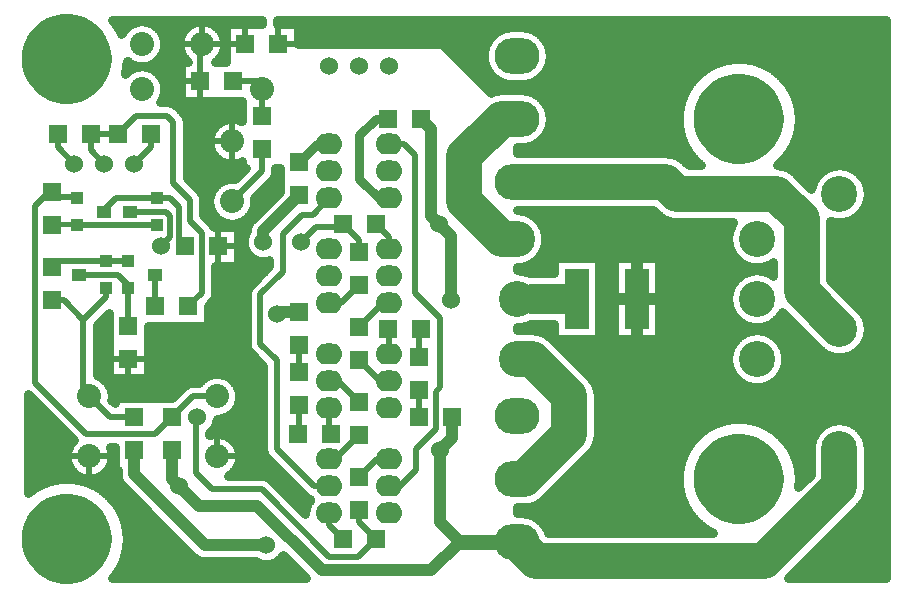
<source format=gbl>
*%FSLAX25Y25*%
*%MOIN*%
G01*
%ADD11C,0.00600*%
%ADD12C,0.00733*%
%ADD13C,0.00800*%
%ADD14C,0.01000*%
%ADD15C,0.01200*%
%ADD16C,0.01500*%
%ADD17C,0.02000*%
%ADD18C,0.02500*%
%ADD19C,0.03000*%
%ADD20C,0.03000*%
%ADD21O,0.03000X0.08000*%
%ADD22O,0.03800X0.08800*%
%ADD23C,0.04000*%
%ADD24C,0.04000*%
%ADD25C,0.05000*%
%ADD26C,0.06000*%
%ADD27C,0.06800*%
%ADD28C,0.07000*%
%ADD29C,0.08000*%
%ADD30C,0.08000*%
%ADD31C,0.08800*%
%ADD32O,0.09000X0.07000*%
%ADD33O,0.09800X0.07800*%
%ADD34C,0.10000*%
%ADD35C,0.10000*%
%ADD36C,0.12000*%
%ADD37C,0.12000*%
%ADD38C,0.12500*%
%ADD39C,0.12800*%
%ADD40O,0.15000X0.12000*%
%ADD41O,0.15800X0.12800*%
%ADD42C,0.16500*%
%ADD43C,0.25000*%
%ADD44R,0.04000X0.04000*%
%ADD45R,0.04800X0.04800*%
%ADD46R,0.05000X0.04000*%
%ADD47R,0.05800X0.04800*%
%ADD48R,0.06000X0.06000*%
%ADD49R,0.06000X0.10000*%
%ADD50R,0.06800X0.06800*%
%ADD51R,0.06800X0.10800*%
%ADD52R,0.08000X0.20000*%
%ADD53R,0.08800X0.20800*%
%ADD54R,0.10000X0.06000*%
%ADD55R,0.10000X0.10000*%
%ADD56R,0.10000X0.24000*%
%ADD57R,0.10800X0.06800*%
%ADD58R,0.10800X0.24800*%
%ADD59R,0.12000X0.06000*%
%ADD60R,0.12800X0.06800*%
%ADD61R,0.20000X0.20000*%
D16*
X938500Y795000D02*
X939000Y795500D01*
X872000Y825000D02*
X864000D01*
X863500Y824500D01*
X872000Y825000D02*
X872500Y824500D01*
X986000Y789500D02*
X986500Y790000D01*
X976000Y789500D02*
X975500Y790000D01*
X956000Y755500D02*
X956500Y755000D01*
X946000Y755500D02*
X945500Y755000D01*
D17*
X927000Y772000D02*
X919000Y780000D01*
Y823500D02*
X914000Y828500D01*
X933500Y863000D02*
Y872500D01*
X924000D01*
X863500Y835500D02*
X862500D01*
X865000Y834000D02*
X872000D01*
X865000D02*
X863500Y835500D01*
X862500D01*
X858000Y831000D01*
Y772000D02*
X875000Y755000D01*
X858000Y772000D02*
Y831000D01*
X867500Y799500D02*
X874000Y793000D01*
X867500Y799500D02*
X863500D01*
X881500Y800500D02*
Y803500D01*
Y800500D02*
X874000Y793000D01*
X966000Y815500D02*
Y819500D01*
X960500Y825000D01*
X959500Y824000D01*
X885500Y855000D02*
X876500D01*
Y849500D01*
X881000Y845000D01*
X909500Y826000D02*
X913500Y822000D01*
X902000Y861000D02*
X891500D01*
X885500Y855000D01*
X913500Y802000D02*
X909000Y797500D01*
X913500Y802000D02*
Y822000D01*
X896500Y850500D02*
Y855000D01*
Y850500D02*
X891000Y845000D01*
X889000Y803500D02*
Y791000D01*
Y803500D02*
Y804500D01*
X885500Y808000D02*
X872500D01*
X885500D02*
X889000Y804500D01*
X898500Y824500D02*
X872500D01*
X889500Y829000D02*
X901500D01*
X903000Y827500D01*
Y820500D01*
X900000Y817500D01*
X865500Y812500D02*
X863500Y810500D01*
X865500Y812500D02*
X889000D01*
X865500Y850500D02*
Y855000D01*
Y850500D02*
X871000Y845000D01*
X885000Y833500D02*
X881000Y829500D01*
X903000Y833500D02*
X906000Y830500D01*
Y819500D01*
X908000Y817500D01*
X903000Y833500D02*
X885000D01*
X898000Y808000D02*
Y797500D01*
X966000Y725500D02*
X971500Y720000D01*
X966000Y725500D02*
Y729500D01*
X971500Y720000D02*
X965500Y714000D01*
X986000Y760500D02*
Y769500D01*
Y780500D02*
Y789500D01*
X976000D02*
Y781500D01*
X956000Y763500D02*
Y755500D01*
X946000D02*
Y764500D01*
Y775500D02*
Y784500D01*
X972000Y746500D02*
X976000D01*
X972000D02*
X966000Y740500D01*
X956000Y728500D02*
Y724500D01*
X960500Y720000D01*
X959000Y772500D02*
X956000D01*
X959000D02*
X966000Y765500D01*
X973000Y772500D02*
X976000D01*
X973000D02*
X966000Y779500D01*
Y754500D02*
X958000Y746500D01*
X956000D01*
Y737500D02*
X951000D01*
X950500Y828000D02*
X956000Y833500D01*
X981000Y851500D02*
X984500Y848000D01*
X981000Y851500D02*
X976000D01*
X984500Y848000D02*
Y802000D01*
X974000Y798500D02*
X966000Y790500D01*
X974000Y798500D02*
X976000D01*
X966000Y804500D02*
X960000Y798500D01*
X956000D01*
X976000Y820500D02*
X971500Y825000D01*
X976000Y820500D02*
Y816500D01*
X1128500Y850000D02*
Y860000D01*
X956000Y890000D02*
X951000Y885000D01*
X984500Y802000D02*
X993000Y793500D01*
Y770500D01*
X991500Y769000D01*
Y756500D01*
X985000Y750000D01*
Y743000D01*
X979500Y737500D01*
X976000D01*
X986000Y890000D02*
X956000D01*
X915500Y863500D02*
X913000Y866000D01*
X919000Y780000D02*
X889000D01*
X891000Y760500D02*
X883000D01*
X874000Y769500D02*
Y793000D01*
Y769500D02*
X883000Y760500D01*
X918500Y747500D02*
X925000D01*
X927000Y749500D01*
X956000Y714000D02*
X965500D01*
X913000Y884500D02*
X913500Y885000D01*
X928000D01*
X939000D02*
X951000D01*
X986000Y890000D02*
X988000Y892000D01*
X1107500D01*
X1058500Y783500D02*
X1075500Y766500D01*
X1125000D01*
X1122500D02*
X1126000Y770000D01*
Y873500D02*
X1107500Y892000D01*
X1126000Y873500D02*
Y855000D01*
X939000Y885000D02*
Y890000D01*
Y885000D02*
X944000D01*
X1126000Y863000D02*
Y855000D01*
X1118000D01*
X1126000D02*
X1134000D01*
X1126000D02*
Y847000D01*
X1058500Y812000D02*
Y800000D01*
X1052500D01*
X1058500D02*
Y788000D01*
Y800000D02*
X1064500D01*
X1118000Y770000D02*
X1126000D01*
Y778000D01*
Y770000D02*
Y762000D01*
Y770000D02*
X1134000D01*
X904000Y859000D02*
X902000Y861000D01*
X904000Y859000D02*
Y838500D01*
X909500Y833000D01*
Y826000D01*
X946500Y819000D02*
X951500Y824000D01*
X959500D01*
X950500Y828000D02*
X947000D01*
X940500Y821500D02*
Y809000D01*
Y821500D02*
X947000Y828000D01*
X940500Y809000D02*
X933000Y801500D01*
X923500Y832500D02*
X933500Y842500D01*
Y852000D01*
X923500Y860500D02*
X920500Y863500D01*
X923500Y845000D02*
X914000Y835500D01*
X913000Y866000D02*
Y884500D01*
X915500Y863500D02*
X920500D01*
X923500Y860500D02*
Y845000D01*
X914000Y835500D02*
Y828500D01*
X919000Y823500D02*
Y780000D01*
X933000Y785000D02*
X938500Y779500D01*
Y750000D01*
X933000Y785000D02*
Y801500D01*
X938500Y750000D02*
X951000Y737500D01*
X927000Y749500D02*
Y772000D01*
X910500Y767500D02*
X898000Y755000D01*
X910500Y767500D02*
X918500D01*
X898000Y755000D02*
X875000D01*
X911500Y742000D02*
X917000Y736500D01*
X933500D01*
X956000Y714000D01*
X911500Y760000D02*
X912000Y760500D01*
X911500Y760000D02*
Y742000D01*
X913500Y885000D02*
X907500D01*
X913500D02*
Y891000D01*
Y885000D02*
X919500D01*
X913000Y872500D02*
X908000D01*
X913000D02*
Y867500D01*
X917500Y852500D02*
X923500D01*
X919000Y822500D02*
Y817500D01*
Y812500D01*
Y817500D02*
X924000D01*
X923000Y885000D02*
X928000D01*
Y890000D01*
X923500Y858500D02*
Y852500D01*
Y846500D01*
X889000Y780000D02*
X884000D01*
X889000D02*
Y775000D01*
Y780000D02*
X894000D01*
X876000Y747500D02*
X870000D01*
X876000D02*
Y741500D01*
Y747500D02*
X882000D01*
X918500D02*
Y753500D01*
Y747500D02*
X924500D01*
D20*
X971500Y860000D02*
X975500D01*
X971500D02*
X966000Y854500D01*
X956000Y851500D02*
X952000D01*
X946000Y845500D01*
X966000Y840000D02*
Y854500D01*
Y840000D02*
X972500Y833500D01*
X976000D01*
X938500Y891500D02*
Y893000D01*
X939000D02*
Y891500D01*
X941000D02*
Y893000D01*
X943000D02*
Y891500D01*
X945000D02*
Y893000D01*
X947000D02*
Y885000D01*
X949000D02*
Y893000D01*
X951000D02*
Y885000D01*
X953000D02*
Y893000D01*
X955000D02*
Y885000D01*
X957000D02*
Y893000D01*
X959000D02*
Y885000D01*
X961000D02*
Y893000D01*
X963000D02*
Y885000D01*
X965000D02*
Y893000D01*
X967000D02*
Y885000D01*
X969000D02*
Y893000D01*
X971000D02*
Y885000D01*
X973000D02*
Y893000D01*
X975000D02*
Y885000D01*
X945500Y891500D02*
X938500D01*
X945500D02*
Y885000D01*
X993500D01*
X977000D02*
Y893000D01*
X979000D02*
Y885000D01*
X981000D02*
Y893000D01*
X983000D02*
Y885000D01*
X985000D02*
Y893000D01*
X987000D02*
Y885000D01*
X989000D02*
Y893000D01*
X991000D02*
Y885000D01*
X993000D02*
Y893000D01*
X995000D02*
Y883500D01*
X997000Y881500D02*
Y893000D01*
X999000D02*
Y879500D01*
X1001000Y877500D02*
Y893000D01*
X1003000D02*
Y875500D01*
X1005000Y873500D02*
Y893000D01*
X1013000D02*
Y889617D01*
X1015000Y890287D02*
Y893000D01*
X938500D02*
X1141500D01*
X938500D01*
X945500Y891000D02*
X1141500D01*
X1007000Y893000D02*
Y871500D01*
X1009000Y886124D02*
Y893000D01*
X1011000D02*
Y888366D01*
X1011876Y889000D02*
X945500D01*
X1017000Y890500D02*
Y893000D01*
X1019000D02*
Y890500D01*
X1021000Y890447D02*
Y893000D01*
X1020000Y890500D02*
X1017000D01*
X1023000Y890014D02*
Y893000D01*
X1025000D02*
Y889078D01*
X1027000Y887423D02*
Y893000D01*
X1029000D02*
Y884041D01*
X1025124Y889000D02*
X1141500D01*
X1007713Y883000D02*
X995500D01*
X997500Y881000D02*
X1007500D01*
X1009634Y887000D02*
X945500D01*
X993500Y885000D02*
X1008383D01*
X1007713Y879000D02*
X999500D01*
X1001500Y877000D02*
X1008383D01*
X1009000Y875876D02*
Y869500D01*
X1009634Y875000D02*
X1003500D01*
X1005500Y873000D02*
X1011876D01*
X1007500Y871000D02*
X1075797D01*
X1027366Y887000D02*
X1141500D01*
X1086255Y879000D02*
X1029287D01*
X1028617Y885000D02*
X1141500D01*
Y883000D02*
X1029287D01*
X1029500Y881000D02*
X1141500D01*
X1013000Y872383D02*
Y869487D01*
X1013500Y869500D02*
X1017000D01*
Y871500D02*
X1020000D01*
X1028617Y877000D02*
X1081964D01*
X1077301Y873000D02*
X1025124D01*
X1027366Y875000D02*
X1079271D01*
X1015000Y871713D02*
Y869500D01*
X1017000D02*
Y871500D01*
Y869500D02*
X1018500D01*
X1017000D01*
X1018500D02*
X1020000D01*
X1009765Y868735D02*
X993500Y885000D01*
X1009500Y869000D02*
X1010459D01*
X1011000Y869165D02*
Y873634D01*
X1019000Y871500D02*
Y869500D01*
X1021000Y869447D02*
Y871553D01*
X1027000Y874577D02*
Y866423D01*
X1023000Y869014D02*
Y871986D01*
X1025000Y872922D02*
Y868078D01*
X1029000Y863041D02*
Y877959D01*
X1027000Y853577D02*
Y848500D01*
X1031000D02*
Y893000D01*
X1029000Y856959D02*
Y848500D01*
X1018500D02*
Y850500D01*
X1019000D02*
Y848500D01*
X1018500Y850500D02*
X1020000D01*
Y848500D02*
X1018500D01*
X1020000D01*
Y829500D02*
X1018500D01*
X1020000D01*
X1021000Y848500D02*
Y850553D01*
X1023000Y850986D02*
Y848500D01*
X1021000Y829500D02*
Y829165D01*
X1025000Y848500D02*
Y851922D01*
X1023000Y829500D02*
Y828367D01*
X1025000Y829500D02*
Y826928D01*
X1027000Y829500D02*
Y824243D01*
Y815757D02*
Y808500D01*
X1029000D02*
Y829500D01*
X1031000D02*
Y813500D01*
Y808500D01*
X1029014Y863000D02*
X1072726D01*
X1072525Y861000D02*
X1029447D01*
X1023041Y869000D02*
X1074639D01*
X1073765Y867000D02*
X1026423D01*
X1028078Y865000D02*
X1073135D01*
X1072525Y859000D02*
X1029447D01*
X1029014Y857000D02*
X1072726D01*
X1073135Y855000D02*
X1028078D01*
X1023041Y851000D02*
X1074639D01*
X1073765Y853000D02*
X1026423D01*
X1033000Y848500D02*
Y893000D01*
X1035000D02*
Y848500D01*
X1037000D02*
Y893000D01*
X1039000D02*
Y848500D01*
X1041000D02*
Y893000D01*
X1043000D02*
Y848500D01*
X1045000D02*
Y893000D01*
X1047000D02*
Y848500D01*
X1049000D02*
Y893000D01*
X1051000D02*
Y848500D01*
X1064065Y829500D02*
X1020000D01*
X1021541Y829000D02*
X1064565D01*
X1075797Y849000D02*
X1018500D01*
X1020000Y848500D02*
X1068000D01*
X1066876Y827000D02*
X1024923D01*
X1027514Y823000D02*
X1089486D01*
X1089053Y821000D02*
X1027947D01*
X1026578Y825000D02*
X1090422D01*
Y815000D02*
X1026578D01*
X1027514Y817000D02*
X1089486D01*
X1033000Y813500D02*
Y829500D01*
X1035000D02*
Y813500D01*
X1037000D02*
Y829500D01*
X1027947Y819000D02*
X1089053D01*
X1039000Y813500D02*
Y829500D01*
X1041000D02*
Y813500D01*
X1043000D02*
Y829500D01*
X1045000D02*
Y813500D01*
X1047000Y829500D02*
Y722000D01*
X1049000D02*
Y829500D01*
X1051000D02*
Y813500D01*
X1053000Y848500D02*
Y893000D01*
X1055000D02*
Y848500D01*
X1057000D02*
Y893000D01*
X1059000D02*
Y848500D01*
X1061000D02*
Y893000D01*
X1063000D02*
Y848500D01*
X1065000D02*
Y893000D01*
X1067000D02*
Y848500D01*
X1069000Y848447D02*
Y893000D01*
X1071000D02*
Y848014D01*
X1083000Y877600D02*
Y893000D01*
X1085000D02*
Y878541D01*
X1087000Y879229D02*
Y893000D01*
X1089000D02*
Y879691D01*
X1091000Y879944D02*
Y893000D01*
X1073000D02*
Y864444D01*
X1075000Y869683D02*
Y893000D01*
X1077000D02*
Y872639D01*
X1079000Y874756D02*
Y893000D01*
X1081000D02*
Y876363D01*
X1073000Y855556D02*
Y847078D01*
X1093000Y879994D02*
Y893000D01*
X1077301Y847000D02*
X1073124D01*
X1075000Y845435D02*
Y850317D01*
X1074725Y845710D02*
X1075935Y844500D01*
X1075435Y845000D02*
X1079271D01*
X1079861Y844500D02*
X1075935D01*
X1095000Y879843D02*
Y893000D01*
X1097000D02*
Y879487D01*
X1099000Y878914D02*
Y893000D01*
X1101000D02*
Y878104D01*
X1103000Y877022D02*
Y893000D01*
X1105000D02*
Y875612D01*
X1107000Y873775D02*
Y893000D01*
X1109000D02*
Y871303D01*
X1111000Y867599D02*
Y893000D01*
X1111865Y855000D02*
X1116500D01*
X1098745Y879000D02*
X1141500D01*
Y877000D02*
X1103036D01*
X1105729Y875000D02*
X1141500D01*
Y873000D02*
X1107699D01*
X1109203Y871000D02*
X1141500D01*
X1120876Y863000D02*
X1112274D01*
X1110361Y869000D02*
X1141500D01*
Y867000D02*
X1111235D01*
X1111865Y865000D02*
X1141500D01*
X1121000Y863078D02*
Y893000D01*
X1123000D02*
Y864014D01*
X1125000Y864447D02*
Y893000D01*
X1127000D02*
Y864447D01*
X1129000Y864014D02*
Y893000D01*
X1117000D02*
Y858041D01*
X1119000Y861423D02*
Y893000D01*
X1131000D02*
Y863078D01*
X1133000Y861423D02*
Y893000D01*
X1135000D02*
Y858041D01*
X1117383Y859000D02*
X1112475D01*
X1112274Y857000D02*
X1116713D01*
X1118634Y861000D02*
X1112475D01*
X1111235Y853000D02*
X1116713D01*
X1117383Y851000D02*
X1110361D01*
X1109203Y849000D02*
X1118634D01*
X1105729Y845000D02*
X1141500D01*
X1120876Y847000D02*
X1107699D01*
X1131124Y863000D02*
X1141500D01*
Y861000D02*
X1133366D01*
X1134617Y859000D02*
X1141500D01*
Y857000D02*
X1135287D01*
X1135500Y855000D02*
X1141500D01*
Y853000D02*
X1135287D01*
X1134617Y851000D02*
X1141500D01*
Y847000D02*
X1131124D01*
X1133366Y849000D02*
X1141500D01*
X1053000Y829500D02*
Y813500D01*
X1055000D02*
Y829500D01*
X1077000Y844500D02*
Y847361D01*
X1064065Y829500D02*
X1065275Y828290D01*
X1057000Y829500D02*
Y813500D01*
X1059000D02*
Y829500D01*
X1061000D02*
Y813500D01*
X1063000D02*
Y829500D01*
X1065000Y828565D02*
Y813500D01*
X1107000Y844287D02*
Y846225D01*
X1079000Y845244D02*
Y844500D01*
X1111000Y842366D02*
Y852401D01*
X1109000Y848697D02*
Y843617D01*
X1113000Y840435D02*
Y893000D01*
X1115000D02*
Y838435D01*
X1116666Y836769D02*
X1111725Y841710D01*
X1117000Y838041D02*
Y851959D01*
X1051000Y813500D02*
Y786500D01*
Y813500D01*
X1066000D02*
Y786500D01*
X1072000Y825500D02*
X1090754D01*
X1067000Y826922D02*
Y722000D01*
X1069000D02*
Y825986D01*
X1071000Y825553D02*
Y722000D01*
X1073000Y744444D02*
Y825500D01*
X1075000D02*
Y749682D01*
X1087000Y759229D02*
Y825500D01*
X1089000D02*
Y820000D01*
Y800000D01*
X1091000Y805831D02*
Y814169D01*
X1077000Y825500D02*
Y752639D01*
X1079000Y754756D02*
Y825500D01*
X1081000D02*
Y756363D01*
X1083000Y757600D02*
Y825500D01*
X1085000D02*
Y758540D01*
X1121000Y843078D02*
Y846922D01*
X1123000Y845986D02*
Y844014D01*
X1129000D02*
Y845986D01*
X1125000Y845553D02*
Y844447D01*
X1127000D02*
Y845553D01*
X1118634Y841000D02*
X1112435D01*
X1114435Y839000D02*
X1117383D01*
X1119000Y841423D02*
Y848577D01*
X1120876Y843000D02*
X1110124D01*
X1133000Y841423D02*
Y848577D01*
X1131000Y846922D02*
Y843078D01*
X1131124Y843000D02*
X1141500D01*
Y841000D02*
X1133366D01*
X1134617Y839000D02*
X1141500D01*
X1137000Y893000D02*
Y707000D01*
X1135000Y838041D02*
Y851959D01*
X1139000Y893000D02*
Y707000D01*
X1141000D02*
Y893000D01*
X1141500D02*
Y707000D01*
Y825000D02*
X1123000D01*
Y823000D02*
X1141500D01*
Y821000D02*
X1123000D01*
Y819000D02*
X1141500D01*
X1123000Y825986D02*
Y806435D01*
Y825986D01*
X1125000Y825553D02*
Y804435D01*
X1123000Y817000D02*
X1141500D01*
Y815000D02*
X1123000D01*
X1135287Y837000D02*
X1141500D01*
Y835000D02*
X1135500D01*
X1135287Y833000D02*
X1141500D01*
Y829000D02*
X1133366D01*
X1134617Y831000D02*
X1141500D01*
X1131000Y826922D02*
Y798435D01*
X1127000Y802435D02*
Y825553D01*
X1129000Y825986D02*
Y800435D01*
X1135000Y793041D02*
Y831959D01*
X1131124Y827000D02*
X1141500D01*
X1133000Y828577D02*
Y796423D01*
X1018500Y809500D02*
Y810500D01*
X1019000Y810513D02*
Y809487D01*
X1021000Y809165D02*
Y810835D01*
X1021541Y811000D02*
X1031000D01*
Y809000D02*
X1021541D01*
X1023000Y808485D02*
Y811633D01*
X1025000Y813072D02*
Y808500D01*
X1024923Y813000D02*
X1031000D01*
Y813500D02*
X1046000D01*
X1031000Y808500D02*
X1023500D01*
X1046000Y813000D02*
X1051000D01*
X1023000Y791515D02*
Y789500D01*
X1025000Y789381D02*
Y791500D01*
X1031000Y808500D02*
Y813500D01*
X1027000Y791500D02*
Y788832D01*
X1046000Y786500D02*
Y813500D01*
X1018500Y790500D02*
Y789500D01*
X1019000D02*
Y790513D01*
X1023500Y791500D02*
X1031000D01*
X1023500Y789500D02*
X1018500D01*
X1021541Y791000D02*
X1031000D01*
X1029000Y791500D02*
Y787746D01*
X1021000Y789500D02*
Y790835D01*
X1026541Y789000D02*
X1031000D01*
Y786500D02*
Y791500D01*
Y787000D02*
X1029923D01*
X1031000Y786500D02*
Y791500D01*
Y786500D02*
Y785935D01*
Y786500D02*
X1046000D01*
X1033000D02*
Y783935D01*
X1035000Y781935D02*
Y786500D01*
X1037000D02*
Y779935D01*
X1039000Y777935D02*
Y786500D01*
X1041000D02*
Y775935D01*
X1046000Y811000D02*
X1051000D01*
Y809000D02*
X1046000D01*
X1051000Y813500D02*
X1066000D01*
X1051000Y807000D02*
X1046000D01*
Y805000D02*
X1051000D01*
Y803000D02*
X1046000D01*
Y801000D02*
X1051000D01*
X1066000Y813000D02*
X1092077D01*
X1090422Y805000D02*
X1066000D01*
Y811000D02*
X1095459D01*
Y809000D02*
X1066000D01*
Y807000D02*
X1092077D01*
X1089053Y801000D02*
X1066000D01*
Y803000D02*
X1089486D01*
X1089000Y800000D02*
Y780000D01*
X1051000Y799000D02*
X1046000D01*
Y797000D02*
X1051000D01*
Y795000D02*
X1046000D01*
Y793000D02*
X1051000D01*
Y791000D02*
X1046000D01*
X1035935Y781000D02*
X1089053D01*
Y779000D02*
X1037935D01*
X1031935Y785000D02*
X1090422D01*
X1089486Y783000D02*
X1033935D01*
X1039935Y777000D02*
X1089486D01*
X1089053Y799000D02*
X1066000D01*
Y797000D02*
X1089486D01*
X1090422Y795000D02*
X1066000D01*
Y793000D02*
X1092077D01*
X1095459Y791000D02*
X1066000D01*
X1051000Y789000D02*
X1046000D01*
Y787000D02*
X1051000D01*
Y786500D02*
X1066000D01*
X1091000Y785831D02*
Y794169D01*
X1095459Y789000D02*
X1066000D01*
Y787000D02*
X1092077D01*
X1042710Y774225D02*
X1030225Y786710D01*
X1042710Y748275D02*
X1027725Y733290D01*
X1043000Y773923D02*
Y786500D01*
Y748577D02*
Y722000D01*
X1045000Y770541D02*
Y786500D01*
X1045500Y767500D02*
Y755000D01*
X1051000Y786500D02*
Y722000D01*
X1045000D02*
Y751959D01*
X1053000Y722000D02*
Y786500D01*
X1055000D02*
Y722000D01*
X1057000D02*
Y786500D01*
X1020000Y730500D02*
X1018500D01*
X1020000D01*
X1021000D01*
X1018500D02*
Y728500D01*
X1019000D02*
Y730500D01*
X1021000D02*
Y728447D01*
X1020000Y728500D02*
X1018500D01*
X1025000Y727078D02*
Y731383D01*
X1023000Y730713D02*
Y728014D01*
X1031000Y722000D02*
Y736565D01*
X1027000Y732635D02*
Y725423D01*
X1029000Y722041D02*
Y734565D01*
X1035000Y740565D02*
Y722000D01*
X1033000D02*
Y738565D01*
X1041000Y746565D02*
Y722000D01*
X1037000D02*
Y742565D01*
X1039000Y744565D02*
Y722000D01*
X1041935Y775000D02*
X1090422D01*
X1092077Y773000D02*
X1043746D01*
X1044832Y771000D02*
X1095459D01*
X1116553Y769000D02*
X1045381D01*
X1045500Y767000D02*
X1116986D01*
X1077301Y753000D02*
X1045287D01*
X1044617Y751000D02*
X1075797D01*
X1045500Y765000D02*
X1117922D01*
X1119577Y763000D02*
X1045500D01*
Y761000D02*
X1122959D01*
X1081964Y757000D02*
X1045500D01*
Y755000D02*
X1079271D01*
X1086255Y759000D02*
X1045500D01*
X1089000Y759691D02*
Y780000D01*
X1059000Y786500D02*
Y722000D01*
X1061000D02*
Y786500D01*
X1063000D02*
Y722000D01*
X1065000D02*
Y786500D01*
X1072525Y739000D02*
X1033435D01*
X1031435Y737000D02*
X1072726D01*
X1073135Y735000D02*
X1029435D01*
X1024041Y731000D02*
X1074639D01*
X1073765Y733000D02*
X1027423D01*
X1018500Y729000D02*
X1075797D01*
X1077301Y727000D02*
X1025124D01*
X1027366Y725000D02*
X1079271D01*
X1081964Y723000D02*
X1028617D01*
X1029014Y722000D02*
X1083782D01*
X1072726Y743000D02*
X1037435D01*
X1035435Y741000D02*
X1072525D01*
X1074639Y749000D02*
X1043366D01*
X1039435Y745000D02*
X1073135D01*
X1073765Y747000D02*
X1041435D01*
X1073000Y735556D02*
Y722000D01*
X1075000D02*
Y730318D01*
X1077000Y727361D02*
Y722000D01*
X1079000D02*
Y725244D01*
X1081000Y723637D02*
Y722000D01*
X1083000D02*
Y722400D01*
X1097000Y809381D02*
Y810619D01*
X1099000Y810513D02*
Y809487D01*
X1101000Y809165D02*
Y810835D01*
X1101541Y811000D02*
X1104000D01*
X1093000Y812254D02*
Y807746D01*
Y792254D02*
Y787746D01*
X1095000Y808832D02*
Y811168D01*
Y791168D02*
Y788832D01*
X1103000Y808367D02*
Y811633D01*
X1104000Y809000D02*
X1101541D01*
X1104000Y807746D02*
Y812254D01*
X1104923Y793000D02*
X1109565D01*
X1107565Y795000D02*
X1106578D01*
X1105000Y793072D02*
Y786928D01*
X1103000Y788367D02*
Y791633D01*
X1107000Y795565D02*
Y784243D01*
X1111565Y791000D02*
X1101541D01*
X1106935Y795630D02*
X1119275Y783290D01*
X1097000Y789381D02*
Y790619D01*
X1099000Y790513D02*
Y789487D01*
X1101000Y789165D02*
Y790835D01*
X1101541Y789000D02*
X1113565D01*
X1115565Y787000D02*
X1104923D01*
X1091000Y774169D02*
Y759944D01*
X1101541Y771000D02*
X1116553D01*
X1117565Y785000D02*
X1106578D01*
X1104923Y773000D02*
X1116986D01*
X1117922Y775000D02*
X1106578D01*
X1107514Y783000D02*
X1119577D01*
X1122959Y781000D02*
X1107947D01*
X1123000Y780986D02*
Y779014D01*
X1122959Y779000D02*
X1107947D01*
X1125000Y779447D02*
Y780553D01*
X1117000Y785565D02*
Y773041D01*
X1119000Y776423D02*
Y783565D01*
X1121000Y781922D02*
Y778078D01*
X1119577Y777000D02*
X1107514D01*
X1123000Y813000D02*
X1141500D01*
Y811000D02*
X1123000D01*
Y809000D02*
X1141500D01*
Y807000D02*
X1123000D01*
X1124435Y805000D02*
X1141500D01*
X1132710Y796725D02*
X1123000Y806435D01*
X1126435Y803000D02*
X1141500D01*
Y801000D02*
X1128435D01*
X1130435Y799000D02*
X1141500D01*
Y797000D02*
X1132435D01*
X1134078Y795000D02*
X1141500D01*
Y793000D02*
X1135014D01*
X1135447Y791000D02*
X1141500D01*
X1135000Y786959D02*
Y773041D01*
X1133000Y776423D02*
Y783577D01*
X1135447Y789000D02*
X1141500D01*
Y785000D02*
X1134078D01*
X1135014Y787000D02*
X1141500D01*
X1129000Y780986D02*
Y779014D01*
X1127000Y779447D02*
Y780553D01*
X1129041Y781000D02*
X1141500D01*
Y779000D02*
X1129041D01*
X1132423Y783000D02*
X1141500D01*
X1131000Y781922D02*
Y778078D01*
X1132423Y777000D02*
X1141500D01*
Y775000D02*
X1134078D01*
X1135014Y773000D02*
X1141500D01*
Y771000D02*
X1135447D01*
X1135014Y767000D02*
X1141500D01*
Y769000D02*
X1135447D01*
X1134078Y765000D02*
X1141500D01*
Y761000D02*
X1129041D01*
X1132423Y763000D02*
X1141500D01*
X1093000Y759994D02*
Y772254D01*
X1095000Y771168D02*
Y759843D01*
X1097000Y759487D02*
Y770619D01*
X1098745Y759000D02*
X1122959D01*
X1099000Y758914D02*
Y770513D01*
X1103000Y771633D02*
Y757022D01*
X1101000Y758104D02*
Y770835D01*
X1109000Y751303D02*
Y793565D01*
X1105000Y773072D02*
Y755612D01*
X1107000Y753775D02*
Y775757D01*
X1121000Y761922D02*
Y758078D01*
X1123000Y759014D02*
Y760986D01*
X1129000D02*
Y759014D01*
X1125000Y759447D02*
Y760553D01*
X1127000D02*
Y759447D01*
X1111000Y747599D02*
Y791565D01*
X1113000Y789565D02*
Y737935D01*
X1115000Y739935D02*
Y787565D01*
X1117000Y766959D02*
Y753041D01*
X1119000Y756423D02*
Y763577D01*
X1116553Y751000D02*
X1109203D01*
X1110361Y749000D02*
X1116500D01*
X1119577Y757000D02*
X1103036D01*
X1105729Y755000D02*
X1117922D01*
X1116986Y753000D02*
X1107699D01*
X1111235Y747000D02*
X1116500D01*
X1111000Y709065D02*
Y707000D01*
X1111865Y745000D02*
X1116500D01*
Y743000D02*
X1112274D01*
X1116500Y741435D02*
X1112309Y737244D01*
X1112475Y739000D02*
X1114065D01*
X1113000Y711065D02*
Y707000D01*
X1116500Y741435D02*
Y750000D01*
X1116065Y741000D02*
X1112475D01*
X1115000Y713065D02*
Y707000D01*
X1121000D02*
Y719065D01*
X1117000Y715065D02*
Y707000D01*
X1119000D02*
Y717065D01*
X1127000Y725065D02*
Y707000D01*
X1123000D02*
Y721065D01*
X1125000Y723065D02*
Y707000D01*
X1133000Y756423D02*
Y763577D01*
X1131000Y761922D02*
Y758078D01*
X1129041Y759000D02*
X1141500D01*
Y757000D02*
X1132423D01*
X1134078Y755000D02*
X1141500D01*
X1135000Y753041D02*
Y766959D01*
X1135014Y753000D02*
X1141500D01*
Y751000D02*
X1135447D01*
X1135500Y749000D02*
X1141500D01*
Y747000D02*
X1135500D01*
Y745000D02*
X1141500D01*
X1135500Y750000D02*
Y737500D01*
Y743000D02*
X1141500D01*
Y741000D02*
X1135500D01*
Y739000D02*
X1141500D01*
Y737000D02*
X1135487D01*
X1141500Y721000D02*
X1122935D01*
X1120935Y719000D02*
X1141500D01*
Y717000D02*
X1118935D01*
X1114935Y713000D02*
X1141500D01*
Y715000D02*
X1116935D01*
X1108935Y707000D02*
X1132710Y730775D01*
X1141500Y711000D02*
X1112935D01*
X1110935Y709000D02*
X1141500D01*
Y707000D02*
X1108935D01*
X1141500D01*
Y735000D02*
X1135165D01*
X1134367Y733000D02*
X1141500D01*
Y731000D02*
X1132928D01*
X1128935Y727000D02*
X1141500D01*
Y729000D02*
X1130935D01*
X1133000Y731077D02*
Y707000D01*
X1129000D02*
Y727065D01*
X1131000Y729065D02*
Y707000D01*
X1135000D02*
Y734459D01*
X1141500Y723000D02*
X1124935D01*
X1126935Y725000D02*
X1141500D01*
X885000Y891303D02*
Y893000D01*
X886361Y889000D02*
X887156D01*
X887000Y888742D02*
Y893000D01*
X885203Y891000D02*
X889000D01*
Y879000D02*
X888475D01*
X889000Y891000D02*
Y893000D01*
X891000D02*
Y892071D01*
X893000Y892483D02*
Y893000D01*
X895000D02*
Y892349D01*
X897000Y893000D02*
Y891633D01*
X899000Y893000D02*
Y890099D01*
X895000Y877651D02*
Y877349D01*
X901000Y885000D02*
Y893000D01*
X889000Y879000D02*
Y876000D01*
X897000Y876633D02*
Y878367D01*
X890807Y877000D02*
X888274D01*
X891000Y877071D02*
Y877929D01*
X901000Y885000D02*
Y870000D01*
X903000Y865388D02*
Y893000D01*
X899000Y879901D02*
Y875099D01*
X899500Y865500D02*
X902000D01*
X901000D02*
Y870000D01*
X899844Y889000D02*
X907156D01*
X907000Y888742D02*
Y893000D01*
X906272Y887000D02*
X900728D01*
X901000Y885000D02*
X906000D01*
X883699Y893000D02*
X933500D01*
X883699D01*
X898000Y891000D02*
X909000D01*
X906272Y883000D02*
X900728D01*
X905000Y893000D02*
Y864354D01*
X906500Y879000D02*
X898000D01*
X906500D02*
Y866000D01*
X907000Y879000D02*
Y881258D01*
X907156Y881000D02*
X899844D01*
X906500Y879000D02*
X909000D01*
X906500D01*
X909000Y891000D02*
Y893000D01*
X911000D02*
Y892071D01*
X913000Y892483D02*
Y893000D01*
X915000D02*
Y892349D01*
X917000Y893000D02*
Y891633D01*
X919000Y893000D02*
Y890099D01*
X918000Y891000D02*
X921500D01*
Y889000D02*
X919844D01*
X919500Y879000D02*
X918000D01*
X919000D02*
Y879901D01*
X919844Y881000D02*
X921500D01*
Y887000D02*
X920728D01*
X919500Y879000D02*
X918000D01*
X921500D01*
X919500D01*
X906500Y877000D02*
X896193D01*
X899090Y875000D02*
X906500D01*
Y873000D02*
X900374D01*
X900933Y871000D02*
X906500D01*
Y869000D02*
X900933D01*
X900374Y867000D02*
X906500D01*
Y866000D02*
X917500D01*
X907000D02*
Y862364D01*
X907180Y862184D02*
X905184Y864180D01*
X904061Y865000D02*
X927000D01*
Y863000D02*
X906364D01*
X908031Y861000D02*
X927000D01*
X917000Y856242D02*
Y866000D01*
X917500Y857000D02*
X908500D01*
X919000Y858500D02*
Y866000D01*
X919500D02*
X917500D01*
X919500D01*
X919758Y859000D02*
X908500D01*
X919500Y866000D02*
X927000D01*
X916429Y855000D02*
X908500D01*
Y853000D02*
X916017D01*
X916151Y851000D02*
X908500D01*
Y849000D02*
X916867D01*
X918401Y847000D02*
X908500D01*
Y845000D02*
X923500D01*
X927636Y843000D02*
X908500D01*
Y840364D02*
Y859000D01*
X909000Y866000D02*
Y839864D01*
X908500Y841000D02*
X925636D01*
X919758Y839000D02*
X909864D01*
X908500Y840364D02*
X912680Y836184D01*
X911000Y837864D02*
Y866000D01*
X913000D02*
Y835828D01*
X917000Y836242D02*
Y848758D01*
X919000Y846500D02*
Y838500D01*
X917500Y837000D02*
X911864D01*
X913531Y835000D02*
X916429D01*
X914000Y833000D02*
Y827864D01*
X915000Y826864D02*
Y866000D01*
X914000Y833000D02*
X916017D01*
X916151Y831000D02*
X914000D01*
Y829000D02*
X916867D01*
X914000Y827864D02*
X916680Y825184D01*
X918401Y827000D02*
X914864D01*
X917000Y828758D02*
Y824828D01*
X916854Y825000D02*
X923500D01*
X919000Y824000D02*
Y826500D01*
X917531Y824000D02*
X925500D01*
Y811000D02*
X918000D01*
Y802000D01*
Y811000D02*
X925500D01*
X918000Y809000D02*
X934136D01*
X919000Y811000D02*
Y774983D01*
X923000Y891500D02*
Y893000D01*
X925000D02*
Y891500D01*
X927000D02*
Y893000D01*
X929000D02*
Y891500D01*
X931000D02*
Y893000D01*
X932500Y891500D02*
X921500D01*
X921000Y893000D02*
Y885000D01*
Y879000D01*
X920728Y883000D02*
X921500D01*
Y885000D02*
X921000D01*
X921500Y879000D02*
Y891500D01*
X933000D02*
Y893000D01*
X933500D02*
Y891500D01*
X932500D01*
X933500D01*
X923000Y866000D02*
Y859983D01*
X925000Y859849D02*
Y866000D01*
X921000D02*
Y859571D01*
X927000Y859133D02*
Y866000D01*
Y859133D01*
Y845000D02*
X923500D01*
X927000Y845867D02*
Y843500D01*
Y845867D01*
Y843500D02*
Y842364D01*
Y843500D02*
X928136D01*
X921000Y845429D02*
Y839571D01*
X923000Y839983D02*
Y845017D01*
X924561Y839925D02*
X928136Y843500D01*
X925000Y845151D02*
Y840364D01*
X930925Y833561D02*
X936680Y839316D01*
X934364Y837000D02*
X939500D01*
Y835778D02*
X930111Y826389D01*
X932364Y835000D02*
X938722D01*
X933000Y835636D02*
Y829278D01*
X938000Y842500D02*
Y843500D01*
X939500D01*
Y843000D02*
X938000D01*
X937743Y841000D02*
X939500D01*
Y843500D01*
X935000Y837636D02*
Y831278D01*
X937000Y833278D02*
Y839672D01*
X939000Y843500D02*
Y835278D01*
X939500Y839000D02*
Y841000D01*
Y839000D02*
X936364D01*
X939500D02*
Y841000D01*
Y839000D02*
Y835778D01*
X921000Y825429D02*
Y824000D01*
X925000D02*
Y825151D01*
X923000Y825017D02*
Y824000D01*
X925500Y819000D02*
X927500D01*
X929101Y825000D02*
X923500D01*
X925500Y823000D02*
X928523D01*
X927815Y821000D02*
X925500D01*
X921000Y811000D02*
Y774571D01*
X925500Y811000D02*
Y824000D01*
X923000Y811000D02*
Y773500D01*
X925000Y771242D02*
Y811000D01*
X925500Y817000D02*
X927815D01*
X927000Y825867D02*
Y741000D01*
X925500Y815000D02*
X928876D01*
X931500Y813000D02*
X925500D01*
Y811000D02*
X936000D01*
X929000Y824791D02*
Y827401D01*
X931000Y832500D02*
Y833636D01*
X930722Y827000D02*
X928599D01*
X930983Y833000D02*
X936722D01*
X931000Y832500D02*
Y827278D01*
X930133Y829000D02*
X932722D01*
X930849Y831000D02*
X934722D01*
X929000Y814847D02*
Y803561D01*
X931000Y805864D02*
Y813234D01*
X933000Y812577D02*
Y807864D01*
X935000Y809864D02*
Y812577D01*
X936000Y810864D02*
X929820Y804684D01*
X936000Y810864D02*
Y812815D01*
X882500Y795136D02*
X878500Y791136D01*
X880364Y793000D02*
X882500D01*
Y791000D02*
X878500D01*
Y789000D02*
X882500D01*
X879000Y791636D02*
Y774374D01*
X881000Y773090D02*
Y793636D01*
X878500Y791136D02*
Y774571D01*
Y787000D02*
X882500D01*
Y786500D02*
Y795136D01*
Y786500D02*
Y784500D01*
Y785000D02*
X878500D01*
X882500Y784500D02*
Y786500D01*
Y784500D02*
Y773500D01*
Y783000D02*
X878500D01*
Y781000D02*
X882500D01*
X856636Y767000D02*
X855500D01*
Y765000D02*
X858636D01*
X860636Y763000D02*
X855500D01*
Y761000D02*
X862636D01*
X878500Y779000D02*
X882500D01*
Y777000D02*
X878500D01*
Y775000D02*
X882500D01*
X883000Y773500D02*
Y770193D01*
X883483Y767000D02*
X884500D01*
X885000D02*
Y773500D01*
X883425Y766439D02*
X884500Y765364D01*
Y767000D01*
X887000D02*
Y773500D01*
X889000D02*
Y767000D01*
X891000D02*
Y773500D01*
X893000D02*
Y767000D01*
X895000D02*
Y773500D01*
X895500Y791000D02*
X902500D01*
X904500D01*
X895500D02*
X915500D01*
X895500D02*
Y786500D01*
X897000Y791000D02*
Y767000D01*
X899000D02*
Y791000D01*
X901000D02*
Y767000D01*
X902500Y791000D02*
X904500D01*
X903000D02*
Y767000D01*
X904500Y791000D02*
X915500D01*
X907000D02*
Y770364D01*
X905000Y768364D02*
Y791000D01*
X915500Y797636D02*
X916680Y798816D01*
X917888Y801000D02*
X928500D01*
X932136Y807000D02*
X918000D01*
Y805000D02*
X930136D01*
X928500Y799000D02*
X916854D01*
X918000Y803000D02*
X928757D01*
X909000Y791000D02*
Y771743D01*
X911000Y772000D02*
Y791000D01*
X913000D02*
Y772599D01*
X915000Y774133D02*
Y791000D01*
X915500D02*
Y797636D01*
X917000Y799172D02*
Y774848D01*
X915500Y797000D02*
X928500D01*
Y795000D02*
X915500D01*
Y793000D02*
X928500D01*
Y789000D02*
X895500D01*
Y787000D02*
X928500D01*
X895500Y786500D02*
Y784500D01*
Y786500D01*
Y785000D02*
X928500D01*
X928969Y783000D02*
X895500D01*
Y781000D02*
X930636D01*
X932636Y779000D02*
X895500D01*
Y773500D02*
X882500D01*
X895500D02*
Y784500D01*
X897000Y767000D02*
X884500D01*
X903636D01*
X895500Y777000D02*
X934000D01*
X918500Y775000D02*
X895500D01*
X881099Y773000D02*
X913401D01*
X907672Y771000D02*
X882633D01*
X883349Y769000D02*
X905636D01*
X915500Y791000D02*
X928500D01*
X912500Y772000D02*
X910500D01*
X918500Y775000D02*
X934000D01*
Y773000D02*
X923599D01*
X925133Y771000D02*
X934000D01*
Y769000D02*
X925849D01*
X897500Y767000D02*
X897000D01*
X903636D02*
X907316Y770680D01*
X897500Y767000D02*
X897000D01*
X897500D02*
X903636D01*
X925983D02*
X934000D01*
Y761000D02*
X922242D01*
X925571Y765000D02*
X934000D01*
Y763000D02*
X924500D01*
X864636Y759000D02*
X855500D01*
Y757000D02*
X866636D01*
X868636Y755000D02*
X855500D01*
Y749000D02*
X868651D01*
X870765Y752871D02*
X855500Y768136D01*
Y753000D02*
X870636D01*
X869367Y751000D02*
X855500D01*
Y747000D02*
X868517D01*
X855500Y735199D02*
Y768136D01*
X857000Y766636D02*
Y736363D01*
X859000Y737600D02*
Y764636D01*
X861000Y762636D02*
Y738540D01*
X863000Y739229D02*
Y760636D01*
X865000Y758636D02*
Y739691D01*
X868929Y745000D02*
X855500D01*
X867000Y739944D02*
Y756636D01*
X869000Y754636D02*
Y750193D01*
X883000D02*
Y750500D01*
X882874D02*
X884500D01*
Y749000D02*
X883349D01*
X869000Y744807D02*
Y739994D01*
X883000Y744807D02*
Y733775D01*
X884500Y743000D02*
Y750500D01*
Y745000D02*
X883071D01*
X883483Y747000D02*
X884500D01*
X870000Y743000D02*
X855500D01*
X871000Y741910D02*
Y739843D01*
X872258Y741000D02*
X855500D01*
Y739000D02*
X862255D01*
X879742Y741000D02*
X885523D01*
X884500Y743000D02*
X882000D01*
X873000Y740626D02*
Y739487D01*
X874745Y739000D02*
X886101D01*
X875000Y738914D02*
Y740067D01*
X879000Y740626D02*
Y737022D01*
X857964Y737000D02*
X855500D01*
X877000Y738104D02*
Y740067D01*
X881000Y741910D02*
Y735612D01*
X879036Y737000D02*
X887722D01*
X889722Y735000D02*
X881729D01*
X883699Y733000D02*
X891722D01*
X885500Y743000D02*
X884500D01*
X885000D02*
Y731303D01*
X884500Y743000D02*
X885500D01*
Y741500D01*
X885203Y731000D02*
X893722D01*
X887000Y727599D02*
Y737725D01*
X889000Y735722D02*
Y707000D01*
X885000D02*
Y708697D01*
X887000Y707000D02*
Y712401D01*
X891000Y707000D02*
Y733722D01*
X893000Y731722D02*
Y707000D01*
X895722Y729000D02*
X886361D01*
X895000Y729722D02*
Y707000D01*
X897000D02*
Y727722D01*
X917000Y754848D02*
Y756347D01*
X916000Y755377D02*
Y754571D01*
X917477Y757000D02*
X934000D01*
Y759000D02*
X918325D01*
X918500Y755000D02*
X916000D01*
X918500D02*
X934000D01*
X897722Y727000D02*
X887235D01*
X887111Y737611D02*
X910611Y714111D01*
X899000Y707000D02*
Y725722D01*
X921000Y754571D02*
Y760429D01*
X923000Y761500D02*
Y753500D01*
X919000Y754983D02*
Y760017D01*
X923599Y753000D02*
X934000D01*
X925000Y751242D02*
Y763758D01*
X925133Y751000D02*
X934000D01*
X934112Y749000D02*
X925849D01*
X925000Y743758D02*
Y741000D01*
X923000D02*
Y741500D01*
X925571Y745000D02*
X937136D01*
X935146Y747000D02*
X925983D01*
X922242Y741000D02*
X933500D01*
X939136Y743000D02*
X924500D01*
X922242Y741000D02*
X933500D01*
X899722Y725000D02*
X887865D01*
X888274Y723000D02*
X901722D01*
X903722Y721000D02*
X888475D01*
Y719000D02*
X905722D01*
X909722Y715000D02*
X887865D01*
X888274Y717000D02*
X907722D01*
X912209Y713000D02*
X887235D01*
X901000Y707000D02*
Y723722D01*
X903000Y721722D02*
Y707000D01*
X905000D02*
Y719722D01*
X907000Y717722D02*
Y707000D01*
X886361Y711000D02*
X944222D01*
X909000Y707000D02*
Y715722D01*
X883699Y707000D02*
X948222D01*
X946222Y709000D02*
X885203D01*
X883699Y707000D02*
X948222D01*
X931536Y712500D02*
X914500D01*
X911000Y713757D02*
Y707000D01*
X913000D02*
Y712709D01*
X915000Y712500D02*
Y707000D01*
X917000D02*
Y712500D01*
X919000D02*
Y707000D01*
X921000D02*
Y712500D01*
X923000D02*
Y707000D01*
X925000D02*
Y712500D01*
X927000D02*
Y707000D01*
X928500Y785000D02*
Y801500D01*
X929820Y781816D02*
X934000Y777636D01*
Y750000D01*
X929000Y741000D02*
Y782939D01*
X931000Y780636D02*
Y741000D01*
X933000D02*
Y778636D01*
X935000Y747172D02*
Y740743D01*
X933500Y741000D02*
X941136D01*
X937000Y739364D02*
Y745136D01*
X939000Y743136D02*
Y737364D01*
X941000Y735364D02*
Y741136D01*
X935320Y746816D02*
X947816Y734320D01*
X948001Y728363D02*
X936684Y739680D01*
X937364Y739000D02*
X943136D01*
X945136Y737000D02*
X939364D01*
X941364Y735000D02*
X947136D01*
X943000Y733364D02*
Y739136D01*
X945000Y737136D02*
Y731364D01*
X947000Y729364D02*
Y735136D01*
X929000Y712500D02*
Y707000D01*
X943364Y733000D02*
X949638D01*
X942222Y713000D02*
X939153D01*
X931000Y712500D02*
Y707000D01*
X933000D02*
Y711815D01*
X935000Y711500D02*
Y707000D01*
X937000D02*
Y711815D01*
X940571Y714651D02*
X948222Y707000D01*
X941000D02*
Y714222D01*
X939000Y712877D02*
Y707000D01*
X943000D02*
Y712222D01*
X945000Y710222D02*
Y707000D01*
X945364Y731000D02*
X948462D01*
X949000Y732106D02*
Y733469D01*
X948018Y729000D02*
X947364D01*
X947000Y708222D02*
Y707000D01*
X1017000Y871500D02*
X1016668Y871506D01*
X1016337Y871523D01*
X1016007Y871552D01*
X1015678Y871592D01*
X1015350Y871644D01*
X1015025Y871708D01*
X1014702Y871782D01*
X1014382Y871868D01*
X1014064Y871965D01*
X1013751Y872073D01*
X1013441Y872192D01*
X1013136Y872321D01*
X1012835Y872461D01*
X1012540Y872612D01*
X1012250Y872773D01*
X1011966Y872943D01*
X1011688Y873124D01*
X1011416Y873314D01*
X1011151Y873514D01*
X1010893Y873723D01*
X1010643Y873940D01*
X1010401Y874166D01*
X1010166Y874401D01*
X1009940Y874643D01*
X1009723Y874893D01*
X1009514Y875151D01*
X1009314Y875416D01*
X1009124Y875688D01*
X1008943Y875966D01*
X1008773Y876250D01*
X1008612Y876540D01*
X1008461Y876835D01*
X1008321Y877136D01*
X1008192Y877441D01*
X1008073Y877751D01*
X1007965Y878064D01*
X1007868Y878382D01*
X1007782Y878702D01*
X1007708Y879025D01*
X1007644Y879350D01*
X1007592Y879678D01*
X1007552Y880007D01*
X1007523Y880337D01*
X1007506Y880668D01*
X1007500Y881000D01*
X1007506Y881332D01*
X1007523Y881663D01*
X1007552Y881993D01*
X1007592Y882322D01*
X1007644Y882650D01*
X1007708Y882975D01*
X1007782Y883298D01*
X1007868Y883618D01*
X1007965Y883936D01*
X1008073Y884249D01*
X1008192Y884559D01*
X1008321Y884864D01*
X1008461Y885165D01*
X1008612Y885460D01*
X1008773Y885750D01*
X1008943Y886034D01*
X1009124Y886312D01*
X1009314Y886584D01*
X1009514Y886849D01*
X1009723Y887107D01*
X1009940Y887357D01*
X1010166Y887599D01*
X1010401Y887834D01*
X1010643Y888060D01*
X1010893Y888277D01*
X1011151Y888486D01*
X1011416Y888686D01*
X1011688Y888876D01*
X1011966Y889057D01*
X1012250Y889227D01*
X1012540Y889388D01*
X1012835Y889539D01*
X1013136Y889679D01*
X1013441Y889808D01*
X1013751Y889927D01*
X1014064Y890035D01*
X1014382Y890132D01*
X1014702Y890218D01*
X1015025Y890292D01*
X1015350Y890356D01*
X1015678Y890408D01*
X1016007Y890448D01*
X1016337Y890477D01*
X1016668Y890494D01*
X1017000Y890500D01*
X1020000D02*
X1020332Y890494D01*
X1020663Y890477D01*
X1020993Y890448D01*
X1021322Y890408D01*
X1021650Y890356D01*
X1021975Y890292D01*
X1022298Y890218D01*
X1022618Y890132D01*
X1022936Y890035D01*
X1023249Y889927D01*
X1023559Y889808D01*
X1023864Y889679D01*
X1024165Y889539D01*
X1024460Y889388D01*
X1024750Y889227D01*
X1025034Y889057D01*
X1025312Y888876D01*
X1025584Y888686D01*
X1025849Y888486D01*
X1026107Y888277D01*
X1026357Y888060D01*
X1026599Y887834D01*
X1026834Y887599D01*
X1027060Y887357D01*
X1027277Y887107D01*
X1027486Y886849D01*
X1027686Y886584D01*
X1027876Y886312D01*
X1028057Y886034D01*
X1028227Y885750D01*
X1028388Y885460D01*
X1028539Y885165D01*
X1028679Y884864D01*
X1028808Y884559D01*
X1028927Y884249D01*
X1029035Y883936D01*
X1029132Y883618D01*
X1029218Y883298D01*
X1029292Y882975D01*
X1029356Y882650D01*
X1029408Y882322D01*
X1029448Y881993D01*
X1029477Y881663D01*
X1029494Y881332D01*
X1029500Y881000D01*
X1029494Y880668D01*
X1029477Y880337D01*
X1029448Y880007D01*
X1029408Y879678D01*
X1029356Y879350D01*
X1029292Y879025D01*
X1029218Y878702D01*
X1029132Y878382D01*
X1029035Y878064D01*
X1028927Y877751D01*
X1028808Y877441D01*
X1028679Y877136D01*
X1028539Y876835D01*
X1028388Y876540D01*
X1028227Y876250D01*
X1028057Y875966D01*
X1027876Y875688D01*
X1027686Y875416D01*
X1027486Y875151D01*
X1027277Y874893D01*
X1027060Y874643D01*
X1026834Y874401D01*
X1026599Y874166D01*
X1026357Y873940D01*
X1026107Y873723D01*
X1025849Y873514D01*
X1025584Y873314D01*
X1025312Y873124D01*
X1025034Y872943D01*
X1024750Y872773D01*
X1024460Y872612D01*
X1024165Y872461D01*
X1023864Y872321D01*
X1023559Y872192D01*
X1023249Y872073D01*
X1022936Y871965D01*
X1022618Y871868D01*
X1022298Y871782D01*
X1021975Y871708D01*
X1021650Y871644D01*
X1021322Y871592D01*
X1020993Y871552D01*
X1020663Y871523D01*
X1020332Y871506D01*
X1020000Y871500D01*
X1013500Y869500D02*
X1013180Y869495D01*
X1012861Y869478D01*
X1012542Y869452D01*
X1012224Y869414D01*
X1011908Y869366D01*
X1011594Y869307D01*
X1011282Y869237D01*
X1010972Y869157D01*
X1010665Y869067D01*
X1010361Y868967D01*
X1010061Y868856D01*
X1009765Y868735D01*
X1010061Y868856D01*
X1010361Y868967D01*
X1010665Y869067D01*
X1010972Y869157D01*
X1011282Y869237D01*
X1011594Y869307D01*
X1011908Y869366D01*
X1012224Y869414D01*
X1012542Y869452D01*
X1012861Y869478D01*
X1013180Y869495D01*
X1013500Y869500D01*
X1020000D02*
X1020332Y869494D01*
X1020663Y869477D01*
X1020993Y869448D01*
X1021322Y869408D01*
X1021650Y869356D01*
X1021975Y869292D01*
X1022298Y869218D01*
X1022618Y869132D01*
X1022936Y869035D01*
X1023249Y868927D01*
X1023559Y868808D01*
X1023864Y868679D01*
X1024165Y868539D01*
X1024460Y868388D01*
X1024750Y868227D01*
X1025034Y868057D01*
X1025312Y867876D01*
X1025584Y867686D01*
X1025849Y867486D01*
X1026107Y867277D01*
X1026357Y867060D01*
X1026599Y866834D01*
X1026834Y866599D01*
X1027060Y866357D01*
X1027277Y866107D01*
X1027486Y865849D01*
X1027686Y865584D01*
X1027876Y865312D01*
X1028057Y865034D01*
X1028227Y864750D01*
X1028388Y864460D01*
X1028539Y864165D01*
X1028679Y863864D01*
X1028808Y863559D01*
X1028927Y863249D01*
X1029035Y862936D01*
X1029132Y862618D01*
X1029218Y862298D01*
X1029292Y861975D01*
X1029356Y861650D01*
X1029408Y861322D01*
X1029448Y860993D01*
X1029477Y860663D01*
X1029494Y860332D01*
X1029500Y860000D01*
X1029494Y859668D01*
X1029477Y859337D01*
X1029448Y859007D01*
X1029408Y858678D01*
X1029356Y858350D01*
X1029292Y858025D01*
X1029218Y857702D01*
X1029132Y857382D01*
X1029035Y857064D01*
X1028927Y856751D01*
X1028808Y856441D01*
X1028679Y856136D01*
X1028539Y855835D01*
X1028388Y855540D01*
X1028227Y855250D01*
X1028057Y854966D01*
X1027876Y854688D01*
X1027686Y854416D01*
X1027486Y854151D01*
X1027277Y853893D01*
X1027060Y853643D01*
X1026834Y853401D01*
X1026599Y853166D01*
X1026357Y852940D01*
X1026107Y852723D01*
X1025849Y852514D01*
X1025584Y852314D01*
X1025312Y852124D01*
X1025034Y851943D01*
X1024750Y851773D01*
X1024460Y851612D01*
X1024165Y851461D01*
X1023864Y851321D01*
X1023559Y851192D01*
X1023249Y851073D01*
X1022936Y850965D01*
X1022618Y850868D01*
X1022298Y850782D01*
X1021975Y850708D01*
X1021650Y850644D01*
X1021322Y850592D01*
X1020993Y850552D01*
X1020663Y850523D01*
X1020332Y850506D01*
X1020000Y850500D01*
X1018500Y829500D02*
X1018832Y829494D01*
X1019163Y829477D01*
X1019493Y829448D01*
X1019822Y829408D01*
X1020150Y829356D01*
X1020475Y829292D01*
X1020798Y829218D01*
X1021118Y829132D01*
X1021436Y829035D01*
X1021749Y828927D01*
X1022059Y828808D01*
X1022364Y828679D01*
X1022665Y828539D01*
X1022960Y828388D01*
X1023250Y828227D01*
X1023534Y828057D01*
X1023812Y827876D01*
X1024084Y827686D01*
X1024349Y827486D01*
X1024607Y827277D01*
X1024857Y827060D01*
X1025099Y826834D01*
X1025334Y826599D01*
X1025560Y826357D01*
X1025777Y826107D01*
X1025986Y825849D01*
X1026186Y825584D01*
X1026376Y825312D01*
X1026557Y825034D01*
X1026727Y824750D01*
X1026888Y824460D01*
X1027039Y824165D01*
X1027179Y823864D01*
X1027308Y823559D01*
X1027427Y823249D01*
X1027535Y822936D01*
X1027632Y822618D01*
X1027718Y822298D01*
X1027792Y821975D01*
X1027856Y821650D01*
X1027908Y821322D01*
X1027948Y820993D01*
X1027977Y820663D01*
X1027994Y820332D01*
X1028000Y820000D01*
X1027994Y819668D01*
X1027977Y819337D01*
X1027948Y819007D01*
X1027908Y818678D01*
X1027856Y818350D01*
X1027792Y818025D01*
X1027718Y817702D01*
X1027632Y817381D01*
X1027535Y817064D01*
X1027427Y816751D01*
X1027308Y816441D01*
X1027179Y816136D01*
X1027039Y815835D01*
X1026888Y815540D01*
X1026727Y815250D01*
X1026557Y814966D01*
X1026376Y814688D01*
X1026186Y814416D01*
X1025986Y814151D01*
X1025777Y813894D01*
X1025560Y813643D01*
X1025334Y813401D01*
X1025099Y813166D01*
X1024857Y812940D01*
X1024607Y812723D01*
X1024349Y812514D01*
X1024084Y812314D01*
X1023812Y812124D01*
X1023534Y811944D01*
X1023250Y811773D01*
X1022960Y811612D01*
X1022665Y811461D01*
X1022364Y811321D01*
X1022059Y811192D01*
X1021749Y811073D01*
X1021436Y810965D01*
X1021118Y810868D01*
X1020798Y810782D01*
X1020475Y810708D01*
X1020150Y810644D01*
X1019822Y810593D01*
X1019493Y810552D01*
X1019163Y810523D01*
X1018832Y810506D01*
X1018500Y810500D01*
X1018832Y810506D01*
X1019163Y810523D01*
X1019493Y810552D01*
X1019822Y810593D01*
X1020150Y810644D01*
X1020475Y810708D01*
X1020798Y810782D01*
X1021118Y810868D01*
X1021436Y810965D01*
X1021749Y811073D01*
X1022059Y811192D01*
X1022364Y811321D01*
X1022665Y811461D01*
X1022960Y811612D01*
X1023250Y811773D01*
X1023534Y811944D01*
X1023812Y812124D01*
X1024084Y812314D01*
X1024349Y812514D01*
X1024607Y812723D01*
X1024857Y812940D01*
X1025099Y813166D01*
X1025334Y813401D01*
X1025560Y813643D01*
X1025777Y813894D01*
X1025986Y814151D01*
X1026186Y814416D01*
X1026376Y814688D01*
X1026557Y814966D01*
X1026727Y815250D01*
X1026888Y815540D01*
X1027039Y815835D01*
X1027179Y816136D01*
X1027308Y816441D01*
X1027427Y816751D01*
X1027535Y817064D01*
X1027632Y817381D01*
X1027718Y817702D01*
X1027792Y818025D01*
X1027856Y818350D01*
X1027908Y818678D01*
X1027948Y819007D01*
X1027977Y819337D01*
X1027994Y819668D01*
X1028000Y820000D01*
X1027994Y820332D01*
X1027977Y820663D01*
X1027948Y820993D01*
X1027908Y821322D01*
X1027856Y821650D01*
X1027792Y821975D01*
X1027718Y822298D01*
X1027632Y822618D01*
X1027535Y822936D01*
X1027427Y823249D01*
X1027308Y823559D01*
X1027179Y823864D01*
X1027039Y824165D01*
X1026888Y824460D01*
X1026727Y824750D01*
X1026557Y825034D01*
X1026376Y825312D01*
X1026186Y825584D01*
X1025986Y825849D01*
X1025777Y826107D01*
X1025560Y826357D01*
X1025334Y826599D01*
X1025099Y826834D01*
X1024857Y827060D01*
X1024607Y827277D01*
X1024349Y827486D01*
X1024084Y827686D01*
X1023812Y827876D01*
X1023534Y828057D01*
X1023250Y828227D01*
X1022960Y828388D01*
X1022665Y828539D01*
X1022364Y828679D01*
X1022059Y828808D01*
X1021749Y828927D01*
X1021436Y829035D01*
X1021118Y829132D01*
X1020798Y829218D01*
X1020475Y829292D01*
X1020150Y829356D01*
X1019822Y829408D01*
X1019493Y829448D01*
X1019163Y829477D01*
X1018832Y829494D01*
X1018500Y829500D01*
X1068000Y848500D02*
X1068356Y848493D01*
X1068711Y848473D01*
X1069065Y848440D01*
X1069418Y848394D01*
X1069769Y848334D01*
X1070117Y848261D01*
X1070462Y848175D01*
X1070804Y848077D01*
X1071142Y847965D01*
X1071476Y847841D01*
X1071804Y847705D01*
X1072127Y847557D01*
X1072445Y847396D01*
X1072756Y847224D01*
X1073061Y847040D01*
X1073358Y846845D01*
X1073648Y846638D01*
X1073931Y846422D01*
X1074204Y846194D01*
X1074469Y845957D01*
X1074725Y845710D01*
X1074717Y845717D02*
X1074462Y845964D01*
X1074197Y846201D01*
X1073923Y846427D01*
X1073641Y846644D01*
X1073351Y846849D01*
X1073054Y847044D01*
X1072750Y847227D01*
X1072439Y847399D01*
X1072122Y847559D01*
X1071799Y847707D01*
X1071471Y847843D01*
X1071138Y847967D01*
X1070800Y848078D01*
X1070459Y848176D01*
X1070114Y848262D01*
X1069766Y848334D01*
X1069416Y848394D01*
X1069064Y848440D01*
X1068710Y848473D01*
X1068355Y848493D01*
X1068000Y848500D01*
X1079861Y844500D02*
X1079603Y844714D01*
X1079350Y844931D01*
X1079100Y845153D01*
X1078853Y845379D01*
X1078611Y845609D01*
X1078372Y845844D01*
X1078138Y846082D01*
X1077907Y846324D01*
X1077680Y846570D01*
X1077458Y846819D01*
X1077240Y847073D01*
X1077025Y847330D01*
X1076816Y847590D01*
X1076611Y847854D01*
X1076410Y848121D01*
X1076214Y848392D01*
X1076022Y848666D01*
X1075834Y848943D01*
X1075652Y849223D01*
X1075474Y849506D01*
X1075301Y849792D01*
X1075133Y850081D01*
X1074969Y850373D01*
X1074811Y850667D01*
X1074658Y850964D01*
X1074509Y851264D01*
X1074365Y851566D01*
X1074227Y851870D01*
X1074093Y852177D01*
X1073965Y852486D01*
X1073842Y852797D01*
X1073725Y853109D01*
X1073612Y853424D01*
X1073505Y853741D01*
X1073403Y854059D01*
X1073306Y854379D01*
X1073215Y854701D01*
X1073129Y855024D01*
X1073048Y855349D01*
X1072973Y855675D01*
X1072904Y856002D01*
X1072840Y856330D01*
X1072781Y856659D01*
X1072728Y856989D01*
X1072680Y857320D01*
X1072638Y857652D01*
X1072602Y857984D01*
X1072571Y858317D01*
X1072546Y858650D01*
X1072526Y858984D01*
X1072512Y859318D01*
X1072503Y859652D01*
X1072500Y859987D01*
X1072503Y860321D01*
X1072511Y860655D01*
X1072525Y860990D01*
X1072544Y861323D01*
X1072569Y861657D01*
X1072599Y861990D01*
X1072635Y862322D01*
X1072677Y862654D01*
X1072724Y862985D01*
X1072777Y863315D01*
X1072835Y863644D01*
X1072899Y863973D01*
X1072968Y864300D01*
X1073042Y864626D01*
X1073122Y864950D01*
X1073208Y865274D01*
X1073299Y865595D01*
X1073395Y865916D01*
X1073496Y866234D01*
X1073603Y866551D01*
X1073715Y866866D01*
X1073833Y867179D01*
X1073956Y867490D01*
X1074083Y867799D01*
X1074216Y868106D01*
X1074354Y868410D01*
X1074497Y868712D01*
X1074646Y869012D01*
X1074799Y869309D01*
X1074957Y869604D01*
X1075120Y869896D01*
X1075288Y870185D01*
X1075460Y870471D01*
X1075638Y870755D01*
X1075820Y871035D01*
X1076007Y871312D01*
X1076198Y871587D01*
X1076394Y871858D01*
X1076595Y872125D01*
X1076800Y872389D01*
X1077009Y872650D01*
X1077223Y872907D01*
X1077440Y873161D01*
X1077662Y873411D01*
X1077889Y873657D01*
X1078119Y873899D01*
X1078353Y874138D01*
X1078592Y874372D01*
X1078834Y874603D01*
X1079080Y874829D01*
X1079330Y875051D01*
X1079583Y875269D01*
X1079840Y875483D01*
X1080101Y875693D01*
X1080365Y875898D01*
X1080633Y876099D01*
X1080903Y876295D01*
X1081177Y876486D01*
X1081455Y876673D01*
X1081735Y876856D01*
X1082018Y877033D01*
X1082304Y877206D01*
X1082593Y877374D01*
X1082885Y877537D01*
X1083180Y877695D01*
X1083477Y877849D01*
X1083776Y877997D01*
X1084078Y878141D01*
X1084383Y878279D01*
X1084690Y878412D01*
X1084999Y878540D01*
X1085309Y878663D01*
X1085623Y878780D01*
X1085937Y878893D01*
X1086254Y879000D01*
X1086573Y879101D01*
X1086893Y879198D01*
X1087215Y879289D01*
X1087538Y879375D01*
X1087862Y879455D01*
X1088188Y879530D01*
X1088515Y879599D01*
X1088843Y879663D01*
X1089173Y879721D01*
X1089503Y879774D01*
X1089834Y879822D01*
X1090166Y879863D01*
X1090498Y879900D01*
X1090831Y879930D01*
X1091164Y879955D01*
X1091498Y879975D01*
X1091832Y879989D01*
X1092167Y879997D01*
X1092501Y880000D01*
X1092835Y879997D01*
X1093169Y879989D01*
X1093503Y879975D01*
X1093837Y879955D01*
X1094171Y879930D01*
X1094504Y879899D01*
X1094836Y879863D01*
X1095168Y879821D01*
X1095499Y879774D01*
X1095829Y879721D01*
X1096158Y879663D01*
X1096486Y879599D01*
X1096813Y879529D01*
X1097139Y879455D01*
X1097464Y879374D01*
X1097787Y879289D01*
X1098109Y879198D01*
X1098429Y879101D01*
X1098747Y878999D01*
X1099064Y878892D01*
X1099379Y878780D01*
X1099692Y878662D01*
X1100003Y878539D01*
X1100312Y878411D01*
X1100618Y878278D01*
X1100923Y878140D01*
X1101225Y877997D01*
X1101525Y877848D01*
X1101822Y877695D01*
X1102116Y877536D01*
X1102408Y877373D01*
X1102697Y877205D01*
X1102983Y877032D01*
X1103267Y876855D01*
X1103547Y876672D01*
X1103824Y876485D01*
X1104098Y876294D01*
X1104369Y876098D01*
X1104636Y875897D01*
X1104900Y875692D01*
X1105161Y875482D01*
X1105418Y875268D01*
X1105671Y875050D01*
X1105921Y874828D01*
X1106167Y874602D01*
X1106409Y874371D01*
X1106648Y874137D01*
X1106882Y873898D01*
X1107112Y873656D01*
X1107339Y873410D01*
X1107561Y873160D01*
X1107778Y872906D01*
X1107992Y872649D01*
X1108201Y872388D01*
X1108406Y872124D01*
X1108607Y871856D01*
X1108803Y871585D01*
X1108994Y871311D01*
X1109181Y871034D01*
X1109363Y870753D01*
X1109541Y870470D01*
X1109713Y870184D01*
X1109881Y869894D01*
X1110044Y869603D01*
X1110202Y869308D01*
X1110355Y869011D01*
X1110503Y868711D01*
X1110646Y868409D01*
X1110784Y868104D01*
X1110917Y867798D01*
X1111045Y867489D01*
X1111168Y867177D01*
X1111285Y866864D01*
X1111397Y866549D01*
X1111504Y866233D01*
X1111606Y865914D01*
X1111702Y865594D01*
X1111793Y865272D01*
X1111878Y864949D01*
X1111958Y864624D01*
X1112033Y864298D01*
X1112102Y863971D01*
X1112166Y863643D01*
X1112224Y863314D01*
X1112276Y862983D01*
X1112323Y862652D01*
X1112365Y862320D01*
X1112401Y861988D01*
X1112431Y861655D01*
X1112456Y861322D01*
X1112476Y860988D01*
X1112489Y860654D01*
X1112498Y860320D01*
X1112500Y859985D01*
X1112497Y859651D01*
X1112488Y859317D01*
X1112474Y858983D01*
X1112454Y858649D01*
X1112429Y858315D01*
X1112398Y857983D01*
X1112361Y857650D01*
X1112319Y857318D01*
X1112272Y856988D01*
X1112219Y856657D01*
X1112160Y856328D01*
X1112096Y856000D01*
X1112026Y855673D01*
X1111951Y855347D01*
X1111871Y855023D01*
X1111785Y854700D01*
X1111693Y854378D01*
X1111597Y854058D01*
X1111495Y853739D01*
X1111388Y853423D01*
X1111275Y853108D01*
X1111157Y852795D01*
X1111034Y852484D01*
X1110906Y852175D01*
X1110773Y851869D01*
X1110634Y851564D01*
X1110490Y851262D01*
X1110342Y850963D01*
X1110188Y850666D01*
X1110030Y850372D01*
X1109866Y850080D01*
X1109698Y849791D01*
X1109525Y849505D01*
X1109347Y849222D01*
X1109165Y848942D01*
X1108977Y848665D01*
X1108786Y848391D01*
X1108589Y848120D01*
X1108388Y847853D01*
X1108183Y847589D01*
X1107974Y847328D01*
X1107759Y847071D01*
X1107541Y846818D01*
X1107319Y846568D01*
X1107092Y846323D01*
X1106861Y846081D01*
X1106627Y845842D01*
X1106388Y845608D01*
X1106146Y845378D01*
X1105899Y845152D01*
X1105649Y844930D01*
X1105395Y844712D01*
X1105138Y844499D01*
X1135500Y855000D02*
X1135494Y854668D01*
X1135477Y854337D01*
X1135448Y854007D01*
X1135408Y853678D01*
X1135356Y853350D01*
X1135292Y853025D01*
X1135218Y852702D01*
X1135132Y852382D01*
X1135035Y852064D01*
X1134927Y851751D01*
X1134808Y851441D01*
X1134679Y851136D01*
X1134539Y850835D01*
X1134388Y850540D01*
X1134227Y850250D01*
X1134057Y849966D01*
X1133876Y849688D01*
X1133686Y849416D01*
X1133486Y849151D01*
X1133277Y848893D01*
X1133060Y848643D01*
X1132834Y848401D01*
X1132599Y848166D01*
X1132357Y847940D01*
X1132107Y847723D01*
X1131849Y847514D01*
X1131584Y847314D01*
X1131312Y847124D01*
X1131034Y846943D01*
X1130750Y846773D01*
X1130460Y846612D01*
X1130165Y846461D01*
X1129864Y846321D01*
X1129559Y846192D01*
X1129249Y846073D01*
X1128936Y845965D01*
X1128618Y845868D01*
X1128298Y845782D01*
X1127975Y845708D01*
X1127650Y845644D01*
X1127322Y845592D01*
X1126993Y845552D01*
X1126663Y845523D01*
X1126332Y845506D01*
X1126000Y845500D01*
X1125668Y845506D01*
X1125337Y845523D01*
X1125007Y845552D01*
X1124678Y845592D01*
X1124350Y845644D01*
X1124025Y845708D01*
X1123702Y845782D01*
X1123382Y845868D01*
X1123064Y845965D01*
X1122751Y846073D01*
X1122441Y846192D01*
X1122136Y846321D01*
X1121835Y846461D01*
X1121540Y846612D01*
X1121250Y846773D01*
X1120966Y846943D01*
X1120688Y847124D01*
X1120416Y847314D01*
X1120151Y847514D01*
X1119893Y847723D01*
X1119643Y847940D01*
X1119401Y848166D01*
X1119166Y848401D01*
X1118940Y848643D01*
X1118723Y848893D01*
X1118514Y849151D01*
X1118314Y849416D01*
X1118124Y849688D01*
X1117943Y849966D01*
X1117773Y850250D01*
X1117612Y850540D01*
X1117461Y850835D01*
X1117321Y851136D01*
X1117192Y851441D01*
X1117073Y851751D01*
X1116965Y852064D01*
X1116868Y852382D01*
X1116782Y852702D01*
X1116708Y853025D01*
X1116644Y853350D01*
X1116592Y853678D01*
X1116552Y854007D01*
X1116523Y854337D01*
X1116506Y854668D01*
X1116500Y855000D01*
X1116506Y855332D01*
X1116523Y855663D01*
X1116552Y855993D01*
X1116592Y856322D01*
X1116644Y856650D01*
X1116708Y856975D01*
X1116782Y857298D01*
X1116868Y857618D01*
X1116965Y857936D01*
X1117073Y858249D01*
X1117192Y858559D01*
X1117321Y858864D01*
X1117461Y859165D01*
X1117612Y859460D01*
X1117773Y859750D01*
X1117943Y860034D01*
X1118124Y860312D01*
X1118314Y860584D01*
X1118514Y860849D01*
X1118723Y861107D01*
X1118940Y861357D01*
X1119166Y861599D01*
X1119401Y861834D01*
X1119643Y862060D01*
X1119893Y862277D01*
X1120151Y862486D01*
X1120416Y862686D01*
X1120688Y862876D01*
X1120966Y863057D01*
X1121250Y863227D01*
X1121540Y863388D01*
X1121835Y863539D01*
X1122136Y863679D01*
X1122441Y863808D01*
X1122751Y863927D01*
X1123064Y864035D01*
X1123382Y864132D01*
X1123702Y864218D01*
X1124025Y864292D01*
X1124350Y864356D01*
X1124678Y864408D01*
X1125007Y864448D01*
X1125337Y864477D01*
X1125668Y864494D01*
X1126000Y864500D01*
X1126332Y864494D01*
X1126663Y864477D01*
X1126993Y864448D01*
X1127322Y864408D01*
X1127650Y864356D01*
X1127975Y864292D01*
X1128298Y864218D01*
X1128618Y864132D01*
X1128936Y864035D01*
X1129249Y863927D01*
X1129559Y863808D01*
X1129864Y863679D01*
X1130165Y863539D01*
X1130460Y863388D01*
X1130750Y863227D01*
X1131034Y863057D01*
X1131312Y862876D01*
X1131584Y862686D01*
X1131849Y862486D01*
X1132107Y862277D01*
X1132357Y862060D01*
X1132599Y861834D01*
X1132834Y861599D01*
X1133060Y861357D01*
X1133277Y861107D01*
X1133486Y860849D01*
X1133686Y860584D01*
X1133876Y860312D01*
X1134057Y860034D01*
X1134227Y859750D01*
X1134388Y859460D01*
X1134539Y859165D01*
X1134679Y858864D01*
X1134808Y858559D01*
X1134927Y858249D01*
X1135035Y857936D01*
X1135132Y857618D01*
X1135218Y857298D01*
X1135292Y856975D01*
X1135356Y856650D01*
X1135408Y856322D01*
X1135448Y855993D01*
X1135477Y855663D01*
X1135494Y855332D01*
X1135500Y855000D01*
X1072000Y825500D02*
X1071645Y825507D01*
X1071290Y825527D01*
X1070936Y825560D01*
X1070584Y825606D01*
X1070234Y825666D01*
X1069886Y825738D01*
X1069541Y825824D01*
X1069200Y825922D01*
X1068862Y826033D01*
X1068529Y826157D01*
X1068201Y826293D01*
X1067878Y826441D01*
X1067561Y826601D01*
X1067250Y826773D01*
X1066946Y826956D01*
X1066649Y827151D01*
X1066359Y827356D01*
X1066077Y827573D01*
X1065803Y827799D01*
X1065538Y828036D01*
X1065283Y828283D01*
X1105138Y844499D02*
X1105487Y844488D01*
X1105835Y844463D01*
X1106183Y844426D01*
X1106528Y844376D01*
X1106872Y844314D01*
X1107213Y844239D01*
X1107551Y844151D01*
X1107886Y844051D01*
X1108216Y843939D01*
X1108543Y843815D01*
X1108864Y843678D01*
X1109181Y843531D01*
X1109491Y843371D01*
X1109796Y843200D01*
X1110094Y843019D01*
X1110385Y842826D01*
X1110669Y842623D01*
X1110946Y842409D01*
X1111214Y842186D01*
X1111474Y841952D01*
X1111725Y841710D01*
X1111717Y841717D02*
X1111467Y841959D01*
X1111207Y842192D01*
X1110939Y842415D01*
X1110662Y842628D01*
X1110379Y842831D01*
X1110088Y843023D01*
X1109790Y843204D01*
X1109485Y843374D01*
X1109175Y843533D01*
X1108859Y843681D01*
X1108538Y843817D01*
X1108212Y843941D01*
X1107882Y844052D01*
X1107548Y844152D01*
X1107210Y844239D01*
X1106869Y844314D01*
X1106526Y844377D01*
X1106181Y844426D01*
X1105834Y844463D01*
X1105486Y844488D01*
X1105138Y844499D01*
X1072000Y825500D02*
X1071644Y825507D01*
X1071289Y825527D01*
X1070935Y825560D01*
X1070582Y825606D01*
X1070231Y825666D01*
X1069883Y825739D01*
X1069538Y825825D01*
X1069196Y825923D01*
X1068858Y826035D01*
X1068524Y826159D01*
X1068196Y826295D01*
X1067873Y826443D01*
X1067555Y826604D01*
X1067244Y826776D01*
X1066939Y826960D01*
X1066642Y827155D01*
X1066352Y827362D01*
X1066069Y827578D01*
X1065796Y827806D01*
X1065531Y828043D01*
X1065275Y828290D01*
X1090754Y825500D02*
X1090568Y825228D01*
X1090391Y824949D01*
X1090224Y824665D01*
X1090067Y824374D01*
X1089920Y824079D01*
X1089784Y823778D01*
X1089658Y823473D01*
X1089542Y823164D01*
X1089438Y822851D01*
X1089344Y822535D01*
X1089262Y822215D01*
X1089191Y821893D01*
X1089130Y821569D01*
X1089082Y821242D01*
X1089044Y820915D01*
X1089018Y820586D01*
X1089003Y820256D01*
X1089000Y819926D01*
X1089009Y819596D01*
X1089028Y819267D01*
X1089059Y818939D01*
X1089102Y818611D01*
X1089156Y818286D01*
X1089221Y817962D01*
X1089298Y817641D01*
X1089385Y817323D01*
X1089483Y817008D01*
X1089593Y816697D01*
X1089713Y816390D01*
X1089843Y816087D01*
X1089985Y815788D01*
X1090136Y815495D01*
X1090298Y815207D01*
X1090469Y814926D01*
X1090650Y814650D01*
X1090841Y814380D01*
X1091040Y814118D01*
X1091249Y813862D01*
X1091467Y813614D01*
X1091692Y813374D01*
X1091927Y813141D01*
X1092169Y812917D01*
X1092419Y812702D01*
X1092676Y812495D01*
X1092940Y812297D01*
X1093211Y812109D01*
X1093488Y811930D01*
X1093771Y811760D01*
X1094060Y811601D01*
X1094355Y811452D01*
X1094654Y811313D01*
X1094958Y811185D01*
X1095266Y811067D01*
X1095578Y810960D01*
X1095894Y810864D01*
X1096213Y810779D01*
X1096534Y810706D01*
X1096858Y810643D01*
X1097184Y810591D01*
X1097512Y810552D01*
X1097841Y810523D01*
X1098170Y810506D01*
X1098500Y810500D01*
X1126000Y825500D02*
X1126333Y825506D01*
X1126666Y825523D01*
X1126998Y825552D01*
X1127329Y825593D01*
X1127658Y825646D01*
X1127985Y825710D01*
X1128309Y825785D01*
X1128631Y825872D01*
X1128950Y825969D01*
X1129265Y826078D01*
X1129575Y826199D01*
X1129882Y826329D01*
X1130184Y826471D01*
X1130480Y826623D01*
X1130771Y826785D01*
X1131056Y826957D01*
X1131335Y827140D01*
X1131608Y827332D01*
X1131873Y827533D01*
X1132131Y827744D01*
X1132382Y827963D01*
X1132625Y828191D01*
X1132860Y828428D01*
X1133086Y828672D01*
X1133304Y828925D01*
X1133512Y829185D01*
X1133711Y829452D01*
X1133901Y829726D01*
X1134081Y830006D01*
X1134252Y830292D01*
X1134412Y830585D01*
X1134561Y830883D01*
X1134700Y831185D01*
X1134829Y831493D01*
X1134946Y831805D01*
X1135053Y832120D01*
X1135148Y832440D01*
X1135233Y832762D01*
X1135305Y833087D01*
X1135367Y833415D01*
X1135417Y833744D01*
X1135455Y834075D01*
X1135482Y834407D01*
X1135497Y834740D01*
X1135500Y835073D01*
X1135491Y835407D01*
X1135471Y835739D01*
X1135440Y836071D01*
X1135396Y836401D01*
X1135341Y836730D01*
X1135275Y837057D01*
X1135197Y837381D01*
X1135108Y837701D01*
X1135007Y838019D01*
X1134896Y838333D01*
X1134774Y838643D01*
X1134641Y838949D01*
X1134497Y839249D01*
X1134342Y839545D01*
X1134178Y839834D01*
X1134003Y840118D01*
X1133819Y840396D01*
X1133625Y840667D01*
X1133421Y840931D01*
X1133209Y841187D01*
X1132987Y841436D01*
X1132757Y841677D01*
X1132519Y841910D01*
X1132273Y842135D01*
X1132019Y842350D01*
X1131757Y842557D01*
X1131489Y842754D01*
X1131213Y842942D01*
X1130932Y843120D01*
X1130644Y843288D01*
X1130350Y843445D01*
X1130051Y843593D01*
X1129747Y843730D01*
X1129439Y843856D01*
X1129126Y843971D01*
X1128810Y844075D01*
X1128490Y844168D01*
X1128167Y844250D01*
X1127841Y844320D01*
X1127513Y844379D01*
X1127183Y844426D01*
X1126852Y844462D01*
X1126519Y844486D01*
X1126186Y844498D01*
X1125853Y844499D01*
X1125520Y844488D01*
X1125188Y844465D01*
X1124856Y844431D01*
X1124526Y844385D01*
X1124198Y844327D01*
X1123872Y844259D01*
X1123549Y844178D01*
X1123228Y844087D01*
X1122911Y843984D01*
X1122598Y843870D01*
X1122289Y843745D01*
X1121985Y843610D01*
X1121685Y843464D01*
X1121391Y843307D01*
X1121102Y843140D01*
X1120820Y842964D01*
X1120544Y842777D01*
X1120275Y842581D01*
X1120012Y842375D01*
X1119757Y842161D01*
X1119510Y841938D01*
X1119271Y841706D01*
X1119040Y841465D01*
X1118817Y841217D01*
X1118603Y840962D01*
X1118399Y840699D01*
X1118204Y840428D01*
X1118018Y840152D01*
X1117842Y839869D01*
X1117677Y839580D01*
X1117521Y839285D01*
X1117376Y838985D01*
X1117242Y838680D01*
X1117118Y838370D01*
X1117005Y838057D01*
X1116904Y837740D01*
X1116813Y837419D01*
X1116734Y837095D01*
X1116666Y836769D01*
X1123000Y825986D02*
X1123324Y825885D01*
X1123651Y825795D01*
X1123981Y825717D01*
X1124313Y825651D01*
X1124648Y825597D01*
X1124984Y825554D01*
X1125322Y825524D01*
X1125661Y825506D01*
X1126000Y825500D01*
X1022800Y808471D02*
X1022465Y808633D01*
X1022124Y808781D01*
X1021778Y808917D01*
X1021426Y809038D01*
X1021071Y809146D01*
X1020711Y809239D01*
X1020347Y809319D01*
X1019981Y809384D01*
X1019613Y809435D01*
X1019243Y809471D01*
X1018872Y809493D01*
X1018500Y809500D01*
X1022800Y791529D02*
X1022465Y791367D01*
X1022124Y791219D01*
X1021778Y791083D01*
X1021426Y790962D01*
X1021071Y790854D01*
X1020711Y790761D01*
X1020347Y790681D01*
X1019981Y790616D01*
X1019613Y790565D01*
X1019243Y790529D01*
X1018872Y790507D01*
X1018500Y790500D01*
X1022800Y808471D02*
X1023033Y808487D01*
X1023266Y808497D01*
X1023500Y808500D01*
X1022800Y791529D02*
X1023033Y791513D01*
X1023266Y791503D01*
X1023500Y791500D01*
Y789500D02*
X1023855Y789493D01*
X1024210Y789473D01*
X1024564Y789440D01*
X1024916Y789394D01*
X1025266Y789334D01*
X1025614Y789262D01*
X1025959Y789176D01*
X1026300Y789078D01*
X1026638Y788967D01*
X1026971Y788843D01*
X1027299Y788707D01*
X1027622Y788559D01*
X1027939Y788399D01*
X1028250Y788227D01*
X1028554Y788044D01*
X1028851Y787849D01*
X1029141Y787644D01*
X1029423Y787427D01*
X1029697Y787201D01*
X1029962Y786964D01*
X1030217Y786718D01*
X1030225Y786710D02*
X1029969Y786957D01*
X1029704Y787194D01*
X1029431Y787422D01*
X1029148Y787638D01*
X1028858Y787845D01*
X1028561Y788040D01*
X1028256Y788224D01*
X1027945Y788396D01*
X1027627Y788556D01*
X1027304Y788705D01*
X1026976Y788841D01*
X1026642Y788965D01*
X1026304Y789077D01*
X1025962Y789175D01*
X1025617Y789261D01*
X1025269Y789334D01*
X1024918Y789394D01*
X1024565Y789440D01*
X1024211Y789473D01*
X1023856Y789493D01*
X1023500Y789500D01*
X1098500Y790500D02*
X1098169Y790506D01*
X1097839Y790523D01*
X1097510Y790552D01*
X1097182Y790592D01*
X1096855Y790644D01*
X1096531Y790706D01*
X1096208Y790781D01*
X1095889Y790866D01*
X1095573Y790962D01*
X1095260Y791070D01*
X1094951Y791188D01*
X1094647Y791317D01*
X1094347Y791456D01*
X1094052Y791606D01*
X1093762Y791766D01*
X1093479Y791935D01*
X1093201Y792115D01*
X1092930Y792304D01*
X1092666Y792503D01*
X1092408Y792710D01*
X1092158Y792927D01*
X1091916Y793152D01*
X1091682Y793385D01*
X1091456Y793626D01*
X1091238Y793875D01*
X1091029Y794132D01*
X1090830Y794395D01*
X1090639Y794665D01*
X1090458Y794942D01*
X1090287Y795225D01*
X1090126Y795514D01*
X1089975Y795808D01*
X1089834Y796107D01*
X1089704Y796411D01*
X1089584Y796719D01*
X1089476Y797032D01*
X1089378Y797347D01*
X1089291Y797666D01*
X1089215Y797988D01*
X1089151Y798313D01*
X1089098Y798639D01*
X1089056Y798967D01*
X1089026Y799296D01*
X1089007Y799626D01*
X1089000Y799957D01*
X1089004Y800288D01*
X1089020Y800618D01*
X1089047Y800947D01*
X1089086Y801276D01*
X1089136Y801602D01*
X1089198Y801927D01*
X1089270Y802250D01*
X1089354Y802570D01*
X1089449Y802886D01*
X1089555Y803200D01*
X1089672Y803509D01*
X1089799Y803814D01*
X1089937Y804115D01*
X1090086Y804410D01*
X1090244Y804700D01*
X1090413Y804985D01*
X1090591Y805263D01*
X1090779Y805535D01*
X1090976Y805800D01*
X1091183Y806059D01*
X1091398Y806310D01*
X1091622Y806553D01*
X1091854Y806788D01*
X1092094Y807015D01*
X1092342Y807234D01*
X1092598Y807444D01*
X1092860Y807645D01*
X1093130Y807837D01*
X1093406Y808019D01*
X1093688Y808191D01*
X1093976Y808354D01*
X1094269Y808506D01*
X1094568Y808648D01*
X1094871Y808780D01*
X1095179Y808901D01*
X1095491Y809011D01*
X1095806Y809110D01*
X1096125Y809198D01*
X1096446Y809275D01*
X1096770Y809341D01*
X1097096Y809396D01*
X1097424Y809439D01*
X1097753Y809471D01*
X1098083Y809491D01*
X1098414Y809500D01*
X1098744Y809497D01*
X1099075Y809483D01*
X1099404Y809457D01*
X1099733Y809420D01*
X1100060Y809371D01*
X1100385Y809311D01*
X1100708Y809240D01*
X1101028Y809157D01*
X1101345Y809064D01*
X1101659Y808959D01*
X1101969Y808844D01*
X1102275Y808718D01*
X1102576Y808581D01*
X1102872Y808434D01*
X1103163Y808277D01*
X1103448Y808110D01*
X1103727Y807933D01*
X1104000Y807746D01*
X1042717Y774218D02*
X1042964Y773962D01*
X1043201Y773697D01*
X1043427Y773423D01*
X1043644Y773141D01*
X1043849Y772852D01*
X1044044Y772554D01*
X1044227Y772250D01*
X1044399Y771939D01*
X1044559Y771622D01*
X1044707Y771299D01*
X1044843Y770971D01*
X1044967Y770638D01*
X1045078Y770300D01*
X1045176Y769959D01*
X1045262Y769614D01*
X1045334Y769266D01*
X1045394Y768916D01*
X1045440Y768564D01*
X1045473Y768210D01*
X1045493Y767855D01*
X1045500Y767500D01*
X1045493Y767856D01*
X1045473Y768211D01*
X1045440Y768565D01*
X1045394Y768918D01*
X1045334Y769269D01*
X1045261Y769617D01*
X1045175Y769962D01*
X1045077Y770304D01*
X1044965Y770642D01*
X1044841Y770976D01*
X1044705Y771304D01*
X1044557Y771627D01*
X1044396Y771945D01*
X1044224Y772256D01*
X1044040Y772561D01*
X1043845Y772858D01*
X1043638Y773148D01*
X1043422Y773431D01*
X1043194Y773704D01*
X1042957Y773969D01*
X1042710Y774225D01*
X1045500Y755000D02*
X1045493Y754644D01*
X1045473Y754289D01*
X1045440Y753935D01*
X1045394Y753582D01*
X1045334Y753231D01*
X1045261Y752883D01*
X1045175Y752538D01*
X1045077Y752196D01*
X1044965Y751858D01*
X1044841Y751524D01*
X1044705Y751196D01*
X1044557Y750873D01*
X1044396Y750555D01*
X1044224Y750244D01*
X1044040Y749939D01*
X1043845Y749642D01*
X1043638Y749352D01*
X1043422Y749069D01*
X1043194Y748796D01*
X1042957Y748531D01*
X1042710Y748275D01*
X1042717Y748282D02*
X1042964Y748538D01*
X1043201Y748803D01*
X1043427Y749077D01*
X1043644Y749359D01*
X1043849Y749648D01*
X1044044Y749946D01*
X1044227Y750250D01*
X1044399Y750561D01*
X1044559Y750878D01*
X1044707Y751201D01*
X1044843Y751529D01*
X1044967Y751862D01*
X1045078Y752200D01*
X1045176Y752541D01*
X1045262Y752886D01*
X1045334Y753234D01*
X1045394Y753584D01*
X1045440Y753936D01*
X1045473Y754290D01*
X1045493Y754645D01*
X1045500Y755000D01*
X1027717Y733282D02*
X1027462Y733036D01*
X1027197Y732799D01*
X1026923Y732573D01*
X1026641Y732356D01*
X1026351Y732151D01*
X1026054Y731956D01*
X1025750Y731773D01*
X1025439Y731601D01*
X1025122Y731441D01*
X1024799Y731293D01*
X1024471Y731157D01*
X1024138Y731033D01*
X1023800Y730922D01*
X1023459Y730824D01*
X1023114Y730738D01*
X1022766Y730666D01*
X1022416Y730606D01*
X1022064Y730560D01*
X1021710Y730527D01*
X1021355Y730507D01*
X1021000Y730500D01*
X1021356Y730507D01*
X1021711Y730527D01*
X1022065Y730560D01*
X1022418Y730606D01*
X1022769Y730666D01*
X1023117Y730739D01*
X1023462Y730825D01*
X1023804Y730923D01*
X1024142Y731035D01*
X1024476Y731159D01*
X1024804Y731295D01*
X1025127Y731444D01*
X1025445Y731604D01*
X1025756Y731776D01*
X1026061Y731960D01*
X1026358Y732155D01*
X1026648Y732362D01*
X1026931Y732578D01*
X1027204Y732806D01*
X1027469Y733043D01*
X1027725Y733290D01*
X1020000Y728500D02*
X1020330Y728494D01*
X1020659Y728477D01*
X1020987Y728448D01*
X1021315Y728409D01*
X1021640Y728357D01*
X1021964Y728295D01*
X1022285Y728221D01*
X1022604Y728136D01*
X1022919Y728040D01*
X1023232Y727934D01*
X1023540Y727816D01*
X1023843Y727688D01*
X1024142Y727549D01*
X1024437Y727400D01*
X1024725Y727241D01*
X1025009Y727072D01*
X1025286Y726894D01*
X1025557Y726706D01*
X1025821Y726508D01*
X1026078Y726302D01*
X1026327Y726086D01*
X1026569Y725862D01*
X1026804Y725630D01*
X1027030Y725390D01*
X1027247Y725142D01*
X1027456Y724887D01*
X1027656Y724625D01*
X1027846Y724356D01*
X1028027Y724080D01*
X1028199Y723799D01*
X1028360Y723511D01*
X1028512Y723219D01*
X1028653Y722921D01*
X1028784Y722618D01*
X1028904Y722311D01*
X1029014Y722000D01*
X1108000Y780000D02*
X1107994Y779669D01*
X1107977Y779337D01*
X1107948Y779007D01*
X1107908Y778678D01*
X1107856Y778350D01*
X1107792Y778025D01*
X1107718Y777702D01*
X1107632Y777381D01*
X1107535Y777064D01*
X1107427Y776751D01*
X1107308Y776441D01*
X1107179Y776136D01*
X1107039Y775835D01*
X1106888Y775540D01*
X1106727Y775250D01*
X1106557Y774966D01*
X1106376Y774688D01*
X1106186Y774416D01*
X1105986Y774151D01*
X1105777Y773894D01*
X1105560Y773643D01*
X1105334Y773401D01*
X1105099Y773166D01*
X1104857Y772940D01*
X1104607Y772723D01*
X1104349Y772514D01*
X1104084Y772314D01*
X1103812Y772124D01*
X1103534Y771944D01*
X1103250Y771773D01*
X1102960Y771612D01*
X1102665Y771461D01*
X1102364Y771321D01*
X1102059Y771192D01*
X1101749Y771073D01*
X1101436Y770965D01*
X1101118Y770868D01*
X1100798Y770782D01*
X1100475Y770708D01*
X1100150Y770644D01*
X1099822Y770593D01*
X1099493Y770552D01*
X1099163Y770523D01*
X1098832Y770506D01*
X1098500Y770500D01*
X1098168Y770506D01*
X1097837Y770523D01*
X1097507Y770552D01*
X1097178Y770593D01*
X1096850Y770644D01*
X1096525Y770708D01*
X1096202Y770782D01*
X1095882Y770868D01*
X1095564Y770965D01*
X1095251Y771073D01*
X1094941Y771192D01*
X1094636Y771321D01*
X1094335Y771461D01*
X1094040Y771612D01*
X1093750Y771773D01*
X1093466Y771944D01*
X1093188Y772124D01*
X1092916Y772314D01*
X1092651Y772514D01*
X1092393Y772723D01*
X1092143Y772940D01*
X1091901Y773166D01*
X1091666Y773401D01*
X1091440Y773643D01*
X1091223Y773894D01*
X1091014Y774151D01*
X1090814Y774416D01*
X1090624Y774688D01*
X1090443Y774966D01*
X1090273Y775250D01*
X1090112Y775540D01*
X1089961Y775835D01*
X1089821Y776136D01*
X1089692Y776441D01*
X1089573Y776751D01*
X1089465Y777064D01*
X1089368Y777381D01*
X1089282Y777702D01*
X1089208Y778025D01*
X1089144Y778350D01*
X1089092Y778678D01*
X1089052Y779007D01*
X1089023Y779337D01*
X1089006Y779669D01*
X1089000Y780000D01*
X1089006Y780331D01*
X1089023Y780663D01*
X1089052Y780993D01*
X1089092Y781322D01*
X1089144Y781650D01*
X1089208Y781975D01*
X1089282Y782298D01*
X1089368Y782619D01*
X1089465Y782936D01*
X1089573Y783249D01*
X1089692Y783559D01*
X1089821Y783864D01*
X1089961Y784165D01*
X1090112Y784460D01*
X1090273Y784750D01*
X1090443Y785034D01*
X1090624Y785312D01*
X1090814Y785584D01*
X1091014Y785849D01*
X1091223Y786106D01*
X1091440Y786357D01*
X1091666Y786599D01*
X1091901Y786834D01*
X1092143Y787060D01*
X1092393Y787277D01*
X1092651Y787486D01*
X1092916Y787686D01*
X1093188Y787876D01*
X1093466Y788056D01*
X1093750Y788227D01*
X1094040Y788388D01*
X1094335Y788539D01*
X1094636Y788679D01*
X1094941Y788808D01*
X1095251Y788927D01*
X1095564Y789035D01*
X1095882Y789132D01*
X1096202Y789218D01*
X1096525Y789292D01*
X1096850Y789356D01*
X1097178Y789407D01*
X1097507Y789448D01*
X1097837Y789477D01*
X1098168Y789494D01*
X1098500Y789500D01*
X1098832Y789494D01*
X1099163Y789477D01*
X1099493Y789448D01*
X1099822Y789407D01*
X1100150Y789356D01*
X1100475Y789292D01*
X1100798Y789218D01*
X1101118Y789132D01*
X1101436Y789035D01*
X1101749Y788927D01*
X1102059Y788808D01*
X1102364Y788679D01*
X1102665Y788539D01*
X1102960Y788388D01*
X1103250Y788227D01*
X1103534Y788056D01*
X1103812Y787876D01*
X1104084Y787686D01*
X1104349Y787486D01*
X1104607Y787277D01*
X1104857Y787060D01*
X1105099Y786834D01*
X1105334Y786599D01*
X1105560Y786357D01*
X1105777Y786106D01*
X1105986Y785849D01*
X1106186Y785584D01*
X1106376Y785312D01*
X1106557Y785034D01*
X1106727Y784750D01*
X1106888Y784460D01*
X1107039Y784165D01*
X1107179Y783864D01*
X1107308Y783559D01*
X1107427Y783249D01*
X1107535Y782936D01*
X1107632Y782619D01*
X1107718Y782298D01*
X1107792Y781975D01*
X1107856Y781650D01*
X1107908Y781322D01*
X1107948Y780993D01*
X1107977Y780663D01*
X1107994Y780331D01*
X1108000Y780000D01*
X1112309Y737244D02*
X1112352Y737575D01*
X1112390Y737906D01*
X1112422Y738238D01*
X1112449Y738570D01*
X1112470Y738902D01*
X1112485Y739235D01*
X1112495Y739569D01*
X1112500Y739902D01*
X1112499Y740235D01*
X1112492Y740568D01*
X1112480Y740902D01*
X1112462Y741234D01*
X1112439Y741567D01*
X1112410Y741899D01*
X1112375Y742230D01*
X1112335Y742561D01*
X1112290Y742891D01*
X1112239Y743221D01*
X1112183Y743549D01*
X1112121Y743877D01*
X1112053Y744203D01*
X1111981Y744528D01*
X1111902Y744852D01*
X1111819Y745175D01*
X1111730Y745496D01*
X1111636Y745816D01*
X1111536Y746134D01*
X1111431Y746451D01*
X1111321Y746765D01*
X1111206Y747078D01*
X1111085Y747389D01*
X1110959Y747697D01*
X1110829Y748004D01*
X1110693Y748308D01*
X1110552Y748610D01*
X1110406Y748910D01*
X1110255Y749207D01*
X1110099Y749502D01*
X1109938Y749793D01*
X1109773Y750083D01*
X1109602Y750369D01*
X1109427Y750653D01*
X1109247Y750933D01*
X1109062Y751211D01*
X1108873Y751485D01*
X1108680Y751756D01*
X1108482Y752024D01*
X1108279Y752289D01*
X1108072Y752550D01*
X1107861Y752808D01*
X1107645Y753062D01*
X1107425Y753313D01*
X1107201Y753560D01*
X1106973Y753803D01*
X1106741Y754042D01*
X1106505Y754277D01*
X1106266Y754509D01*
X1106022Y754736D01*
X1105774Y754960D01*
X1105523Y755179D01*
X1105268Y755394D01*
X1105010Y755604D01*
X1104749Y755811D01*
X1104483Y756012D01*
X1104215Y756210D01*
X1103943Y756403D01*
X1103668Y756591D01*
X1103390Y756775D01*
X1103109Y756954D01*
X1102825Y757129D01*
X1102538Y757298D01*
X1102249Y757463D01*
X1101956Y757623D01*
X1101661Y757778D01*
X1101364Y757929D01*
X1101064Y758074D01*
X1100761Y758214D01*
X1100457Y758349D01*
X1100150Y758479D01*
X1099841Y758604D01*
X1099530Y758724D01*
X1099217Y758839D01*
X1098902Y758948D01*
X1098585Y759052D01*
X1098267Y759151D01*
X1097947Y759244D01*
X1097625Y759332D01*
X1097302Y759415D01*
X1096978Y759492D01*
X1096653Y759564D01*
X1096326Y759631D01*
X1095999Y759692D01*
X1095670Y759747D01*
X1095340Y759797D01*
X1095010Y759842D01*
X1094679Y759881D01*
X1094348Y759915D01*
X1094015Y759943D01*
X1093683Y759965D01*
X1093350Y759982D01*
X1093017Y759993D01*
X1092684Y759999D01*
X1092350Y759999D01*
X1092017Y759994D01*
X1091684Y759983D01*
X1091351Y759967D01*
X1091018Y759945D01*
X1090686Y759918D01*
X1090355Y759885D01*
X1090024Y759846D01*
X1089693Y759802D01*
X1089364Y759752D01*
X1089035Y759698D01*
X1088707Y759637D01*
X1088380Y759571D01*
X1088055Y759500D01*
X1087731Y759423D01*
X1087408Y759341D01*
X1087086Y759253D01*
X1086766Y759160D01*
X1086447Y759062D01*
X1086131Y758959D01*
X1085816Y758850D01*
X1085502Y758736D01*
X1085191Y758617D01*
X1084882Y758492D01*
X1084575Y758363D01*
X1084270Y758228D01*
X1083967Y758088D01*
X1083667Y757944D01*
X1083369Y757794D01*
X1083074Y757639D01*
X1082781Y757480D01*
X1082491Y757315D01*
X1082204Y757146D01*
X1081920Y756972D01*
X1081639Y756794D01*
X1081360Y756610D01*
X1081085Y756422D01*
X1080813Y756230D01*
X1080544Y756033D01*
X1080278Y755831D01*
X1080016Y755626D01*
X1079758Y755415D01*
X1079502Y755201D01*
X1079251Y754982D01*
X1079003Y754759D01*
X1078759Y754532D01*
X1078519Y754301D01*
X1078283Y754066D01*
X1078050Y753827D01*
X1077822Y753585D01*
X1077597Y753338D01*
X1077377Y753088D01*
X1077161Y752834D01*
X1076949Y752577D01*
X1076742Y752316D01*
X1076539Y752052D01*
X1076340Y751784D01*
X1076146Y751513D01*
X1075957Y751239D01*
X1075772Y750962D01*
X1075591Y750681D01*
X1075416Y750398D01*
X1075245Y750112D01*
X1075078Y749823D01*
X1074917Y749531D01*
X1074761Y749237D01*
X1074609Y748940D01*
X1074463Y748641D01*
X1074321Y748339D01*
X1074185Y748035D01*
X1074054Y747729D01*
X1073927Y747420D01*
X1073806Y747110D01*
X1073690Y746797D01*
X1073580Y746483D01*
X1073474Y746166D01*
X1073374Y745849D01*
X1073279Y745529D01*
X1073190Y745208D01*
X1073106Y744885D01*
X1073027Y744562D01*
X1072954Y744236D01*
X1072886Y743910D01*
X1072824Y743583D01*
X1072767Y743254D01*
X1072715Y742925D01*
X1072669Y742595D01*
X1072629Y742264D01*
X1072594Y741933D01*
X1072564Y741601D01*
X1072540Y741268D01*
X1072522Y740935D01*
X1072509Y740602D01*
X1072502Y740269D01*
X1072500Y739936D01*
X1072504Y739603D01*
X1072513Y739269D01*
X1072528Y738936D01*
X1072549Y738604D01*
X1072575Y738272D01*
X1072606Y737940D01*
X1072643Y737609D01*
X1072686Y737278D01*
X1072734Y736948D01*
X1072788Y736619D01*
X1072847Y736291D01*
X1072911Y735964D01*
X1072981Y735638D01*
X1073057Y735314D01*
X1073138Y734990D01*
X1073224Y734668D01*
X1073315Y734348D01*
X1073412Y734029D01*
X1073514Y733712D01*
X1073622Y733396D01*
X1073734Y733082D01*
X1073852Y732771D01*
X1073975Y732461D01*
X1074104Y732153D01*
X1074237Y731848D01*
X1074375Y731545D01*
X1074519Y731244D01*
X1074667Y730945D01*
X1074820Y730649D01*
X1074979Y730356D01*
X1075142Y730065D01*
X1075310Y729777D01*
X1075483Y729493D01*
X1075660Y729210D01*
X1075842Y728931D01*
X1076029Y728655D01*
X1076220Y728382D01*
X1076416Y728113D01*
X1076617Y727846D01*
X1076821Y727583D01*
X1077030Y727324D01*
X1077244Y727068D01*
X1077461Y726815D01*
X1077683Y726566D01*
X1077909Y726321D01*
X1078139Y726080D01*
X1078373Y725843D01*
X1078611Y725609D01*
X1078853Y725380D01*
X1079098Y725154D01*
X1079347Y724933D01*
X1079600Y724716D01*
X1079857Y724503D01*
X1080117Y724295D01*
X1080380Y724090D01*
X1080647Y723891D01*
X1080917Y723695D01*
X1081190Y723505D01*
X1081467Y723319D01*
X1081746Y723137D01*
X1082029Y722960D01*
X1082314Y722788D01*
X1082603Y722621D01*
X1082893Y722458D01*
X1083187Y722301D01*
X1083483Y722148D01*
X1083782Y722000D01*
X1098500Y810500D02*
X1098826Y810506D01*
X1099151Y810522D01*
X1099476Y810550D01*
X1099799Y810589D01*
X1100121Y810639D01*
X1100441Y810701D01*
X1100759Y810773D01*
X1101074Y810856D01*
X1101386Y810949D01*
X1101695Y811053D01*
X1102000Y811168D01*
X1102301Y811294D01*
X1102597Y811429D01*
X1102889Y811574D01*
X1103175Y811730D01*
X1103456Y811895D01*
X1103731Y812070D01*
X1104000Y812254D01*
X1106935Y795630D02*
X1106770Y795326D01*
X1106595Y795027D01*
X1106408Y794736D01*
X1106211Y794452D01*
X1106004Y794174D01*
X1105787Y793905D01*
X1105560Y793644D01*
X1105324Y793391D01*
X1105079Y793147D01*
X1104825Y792911D01*
X1104562Y792686D01*
X1104292Y792470D01*
X1104014Y792264D01*
X1103729Y792068D01*
X1103436Y791883D01*
X1103137Y791709D01*
X1102832Y791545D01*
X1102522Y791393D01*
X1102206Y791252D01*
X1101884Y791123D01*
X1101559Y791006D01*
X1101229Y790901D01*
X1100896Y790807D01*
X1100560Y790726D01*
X1100221Y790657D01*
X1099879Y790601D01*
X1099536Y790557D01*
X1099192Y790525D01*
X1098846Y790506D01*
X1098500Y790500D01*
X1126000Y780500D02*
X1126339Y780506D01*
X1126678Y780524D01*
X1127016Y780554D01*
X1127352Y780597D01*
X1127687Y780651D01*
X1128019Y780717D01*
X1128349Y780795D01*
X1128676Y780885D01*
X1129000Y780986D01*
X1129320Y781099D01*
X1129635Y781223D01*
X1129946Y781359D01*
X1130252Y781505D01*
X1130553Y781662D01*
X1130848Y781830D01*
X1131136Y782008D01*
X1131418Y782197D01*
X1131693Y782395D01*
X1131961Y782603D01*
X1132221Y782820D01*
X1132474Y783047D01*
X1132717Y783282D01*
X1132953Y783527D01*
X1133180Y783779D01*
X1133397Y784039D01*
X1133605Y784307D01*
X1133803Y784582D01*
X1133992Y784864D01*
X1134170Y785152D01*
X1134338Y785447D01*
X1134495Y785748D01*
X1134642Y786054D01*
X1134777Y786365D01*
X1134901Y786680D01*
X1135014Y787000D01*
X1135115Y787323D01*
X1135205Y787651D01*
X1135283Y787981D01*
X1135349Y788313D01*
X1135403Y788648D01*
X1135446Y788985D01*
X1135476Y789322D01*
X1135494Y789661D01*
X1135500Y790000D01*
X1135494Y790339D01*
X1135476Y790678D01*
X1135446Y791015D01*
X1135403Y791352D01*
X1135349Y791687D01*
X1135283Y792019D01*
X1135205Y792349D01*
X1135115Y792677D01*
X1135014Y793000D01*
X1134901Y793320D01*
X1134777Y793635D01*
X1134642Y793946D01*
X1134495Y794252D01*
X1134338Y794553D01*
X1134170Y794848D01*
X1133992Y795136D01*
X1133803Y795418D01*
X1133605Y795693D01*
X1133397Y795961D01*
X1133180Y796221D01*
X1132953Y796473D01*
X1132717Y796718D01*
X1132710Y796725D02*
X1132946Y796481D01*
X1133173Y796229D01*
X1133391Y795969D01*
X1133599Y795701D01*
X1133798Y795426D01*
X1133986Y795144D01*
X1134165Y794856D01*
X1134333Y794561D01*
X1134491Y794261D01*
X1134638Y793955D01*
X1134773Y793644D01*
X1134898Y793328D01*
X1135011Y793008D01*
X1135113Y792685D01*
X1135203Y792358D01*
X1135281Y792027D01*
X1135348Y791695D01*
X1135402Y791360D01*
X1135445Y791023D01*
X1135475Y790685D01*
X1135494Y790347D01*
X1135500Y790007D01*
X1135494Y789668D01*
X1135476Y789329D01*
X1135446Y788991D01*
X1135404Y788655D01*
X1135350Y788320D01*
X1135284Y787987D01*
X1135206Y787656D01*
X1135117Y787329D01*
X1135016Y787005D01*
X1134903Y786685D01*
X1134779Y786369D01*
X1134644Y786058D01*
X1134497Y785752D01*
X1134340Y785452D01*
X1134173Y785156D01*
X1133994Y784868D01*
X1133806Y784586D01*
X1133608Y784310D01*
X1133400Y784042D01*
X1133182Y783782D01*
X1132956Y783529D01*
X1132720Y783285D01*
X1132476Y783049D01*
X1132224Y782823D01*
X1131963Y782605D01*
X1131695Y782397D01*
X1131420Y782198D01*
X1131138Y782010D01*
X1130850Y781831D01*
X1130555Y781663D01*
X1130254Y781506D01*
X1129948Y781359D01*
X1129637Y781224D01*
X1129322Y781099D01*
X1129001Y780987D01*
X1128678Y780885D01*
X1128350Y780795D01*
X1128020Y780717D01*
X1127688Y780651D01*
X1127353Y780597D01*
X1127016Y780555D01*
X1126678Y780524D01*
X1126339Y780506D01*
X1126000Y780500D01*
X1125645Y780507D01*
X1125290Y780527D01*
X1124936Y780560D01*
X1124584Y780606D01*
X1124234Y780666D01*
X1123886Y780738D01*
X1123541Y780824D01*
X1123200Y780922D01*
X1122862Y781033D01*
X1122529Y781157D01*
X1122201Y781293D01*
X1121878Y781441D01*
X1121561Y781601D01*
X1121250Y781773D01*
X1120946Y781956D01*
X1120649Y782151D01*
X1120359Y782356D01*
X1120077Y782573D01*
X1119803Y782799D01*
X1119538Y783036D01*
X1119283Y783282D01*
X1119275Y783290D02*
X1119531Y783043D01*
X1119796Y782806D01*
X1120069Y782578D01*
X1120352Y782362D01*
X1120642Y782155D01*
X1120939Y781960D01*
X1121244Y781776D01*
X1121555Y781604D01*
X1121873Y781444D01*
X1122196Y781295D01*
X1122524Y781159D01*
X1122858Y781035D01*
X1123196Y780923D01*
X1123538Y780825D01*
X1123883Y780739D01*
X1124231Y780666D01*
X1124582Y780606D01*
X1124935Y780560D01*
X1125289Y780527D01*
X1125644Y780507D01*
X1126000Y780500D01*
X1135500Y770000D02*
X1135494Y769669D01*
X1135477Y769337D01*
X1135448Y769007D01*
X1135408Y768678D01*
X1135356Y768350D01*
X1135292Y768025D01*
X1135218Y767702D01*
X1135132Y767381D01*
X1135035Y767064D01*
X1134927Y766751D01*
X1134808Y766441D01*
X1134679Y766136D01*
X1134539Y765835D01*
X1134388Y765540D01*
X1134227Y765250D01*
X1134057Y764966D01*
X1133876Y764688D01*
X1133686Y764416D01*
X1133486Y764151D01*
X1133277Y763894D01*
X1133060Y763643D01*
X1132834Y763401D01*
X1132599Y763166D01*
X1132357Y762940D01*
X1132107Y762723D01*
X1131849Y762514D01*
X1131584Y762314D01*
X1131312Y762124D01*
X1131034Y761944D01*
X1130750Y761773D01*
X1130460Y761612D01*
X1130165Y761461D01*
X1129864Y761321D01*
X1129559Y761192D01*
X1129249Y761073D01*
X1128936Y760965D01*
X1128618Y760868D01*
X1128298Y760782D01*
X1127975Y760708D01*
X1127650Y760644D01*
X1127322Y760593D01*
X1126993Y760552D01*
X1126663Y760523D01*
X1126332Y760506D01*
X1126000Y760500D01*
X1125668Y760506D01*
X1125337Y760523D01*
X1125007Y760552D01*
X1124678Y760593D01*
X1124350Y760644D01*
X1124025Y760708D01*
X1123702Y760782D01*
X1123382Y760868D01*
X1123064Y760965D01*
X1122751Y761073D01*
X1122441Y761192D01*
X1122136Y761321D01*
X1121835Y761461D01*
X1121540Y761612D01*
X1121250Y761773D01*
X1120966Y761944D01*
X1120688Y762124D01*
X1120416Y762314D01*
X1120151Y762514D01*
X1119893Y762723D01*
X1119643Y762940D01*
X1119401Y763166D01*
X1119166Y763401D01*
X1118940Y763643D01*
X1118723Y763894D01*
X1118514Y764151D01*
X1118314Y764416D01*
X1118124Y764688D01*
X1117943Y764966D01*
X1117773Y765250D01*
X1117612Y765540D01*
X1117461Y765835D01*
X1117321Y766136D01*
X1117192Y766441D01*
X1117073Y766751D01*
X1116965Y767064D01*
X1116868Y767381D01*
X1116782Y767702D01*
X1116708Y768025D01*
X1116644Y768350D01*
X1116592Y768678D01*
X1116552Y769007D01*
X1116523Y769337D01*
X1116506Y769669D01*
X1116500Y770000D01*
X1116506Y770331D01*
X1116523Y770663D01*
X1116552Y770993D01*
X1116592Y771322D01*
X1116644Y771650D01*
X1116708Y771975D01*
X1116782Y772298D01*
X1116868Y772619D01*
X1116965Y772936D01*
X1117073Y773249D01*
X1117192Y773559D01*
X1117321Y773864D01*
X1117461Y774165D01*
X1117612Y774460D01*
X1117773Y774750D01*
X1117943Y775034D01*
X1118124Y775312D01*
X1118314Y775584D01*
X1118514Y775849D01*
X1118723Y776106D01*
X1118940Y776357D01*
X1119166Y776599D01*
X1119401Y776834D01*
X1119643Y777060D01*
X1119893Y777277D01*
X1120151Y777486D01*
X1120416Y777686D01*
X1120688Y777876D01*
X1120966Y778056D01*
X1121250Y778227D01*
X1121540Y778388D01*
X1121835Y778539D01*
X1122136Y778679D01*
X1122441Y778808D01*
X1122751Y778927D01*
X1123064Y779035D01*
X1123382Y779132D01*
X1123702Y779218D01*
X1124025Y779292D01*
X1124350Y779356D01*
X1124678Y779407D01*
X1125007Y779448D01*
X1125337Y779477D01*
X1125668Y779494D01*
X1126000Y779500D01*
X1126332Y779494D01*
X1126663Y779477D01*
X1126993Y779448D01*
X1127322Y779407D01*
X1127650Y779356D01*
X1127975Y779292D01*
X1128298Y779218D01*
X1128618Y779132D01*
X1128936Y779035D01*
X1129249Y778927D01*
X1129559Y778808D01*
X1129864Y778679D01*
X1130165Y778539D01*
X1130460Y778388D01*
X1130750Y778227D01*
X1131034Y778056D01*
X1131312Y777876D01*
X1131584Y777686D01*
X1131849Y777486D01*
X1132107Y777277D01*
X1132357Y777060D01*
X1132599Y776834D01*
X1132834Y776599D01*
X1133060Y776357D01*
X1133277Y776106D01*
X1133486Y775849D01*
X1133686Y775584D01*
X1133876Y775312D01*
X1134057Y775034D01*
X1134227Y774750D01*
X1134388Y774460D01*
X1134539Y774165D01*
X1134679Y773864D01*
X1134808Y773559D01*
X1134927Y773249D01*
X1135035Y772936D01*
X1135132Y772619D01*
X1135218Y772298D01*
X1135292Y771975D01*
X1135356Y771650D01*
X1135408Y771322D01*
X1135448Y770993D01*
X1135477Y770663D01*
X1135494Y770331D01*
X1135500Y770000D01*
Y750000D02*
X1135494Y750331D01*
X1135477Y750663D01*
X1135448Y750993D01*
X1135408Y751322D01*
X1135356Y751650D01*
X1135292Y751975D01*
X1135218Y752298D01*
X1135132Y752619D01*
X1135035Y752936D01*
X1134927Y753249D01*
X1134808Y753559D01*
X1134679Y753864D01*
X1134539Y754165D01*
X1134388Y754460D01*
X1134227Y754750D01*
X1134057Y755034D01*
X1133876Y755312D01*
X1133686Y755584D01*
X1133486Y755849D01*
X1133277Y756106D01*
X1133060Y756357D01*
X1132834Y756599D01*
X1132599Y756834D01*
X1132357Y757060D01*
X1132107Y757277D01*
X1131849Y757486D01*
X1131584Y757686D01*
X1131312Y757876D01*
X1131034Y758056D01*
X1130750Y758227D01*
X1130460Y758388D01*
X1130165Y758539D01*
X1129864Y758679D01*
X1129559Y758808D01*
X1129249Y758927D01*
X1128936Y759035D01*
X1128618Y759132D01*
X1128298Y759218D01*
X1127975Y759292D01*
X1127650Y759356D01*
X1127322Y759407D01*
X1126993Y759448D01*
X1126663Y759477D01*
X1126332Y759494D01*
X1126000Y759500D01*
X1125668Y759494D01*
X1125337Y759477D01*
X1125007Y759448D01*
X1124678Y759407D01*
X1124350Y759356D01*
X1124025Y759292D01*
X1123702Y759218D01*
X1123382Y759132D01*
X1123064Y759035D01*
X1122751Y758927D01*
X1122441Y758808D01*
X1122136Y758679D01*
X1121835Y758539D01*
X1121540Y758388D01*
X1121250Y758227D01*
X1120966Y758056D01*
X1120688Y757876D01*
X1120416Y757686D01*
X1120151Y757486D01*
X1119893Y757277D01*
X1119643Y757060D01*
X1119401Y756834D01*
X1119166Y756599D01*
X1118940Y756357D01*
X1118723Y756106D01*
X1118514Y755849D01*
X1118314Y755584D01*
X1118124Y755312D01*
X1117943Y755034D01*
X1117773Y754750D01*
X1117612Y754460D01*
X1117461Y754165D01*
X1117321Y753864D01*
X1117192Y753559D01*
X1117073Y753249D01*
X1116965Y752936D01*
X1116868Y752619D01*
X1116782Y752298D01*
X1116708Y751975D01*
X1116644Y751650D01*
X1116592Y751322D01*
X1116552Y750993D01*
X1116523Y750663D01*
X1116506Y750331D01*
X1116500Y750000D01*
X1116506Y750331D01*
X1116523Y750663D01*
X1116552Y750993D01*
X1116592Y751322D01*
X1116644Y751650D01*
X1116708Y751975D01*
X1116782Y752298D01*
X1116868Y752619D01*
X1116965Y752936D01*
X1117073Y753249D01*
X1117192Y753559D01*
X1117321Y753864D01*
X1117461Y754165D01*
X1117612Y754460D01*
X1117773Y754750D01*
X1117943Y755034D01*
X1118124Y755312D01*
X1118314Y755584D01*
X1118514Y755849D01*
X1118723Y756106D01*
X1118940Y756357D01*
X1119166Y756599D01*
X1119401Y756834D01*
X1119643Y757060D01*
X1119893Y757277D01*
X1120151Y757486D01*
X1120416Y757686D01*
X1120688Y757876D01*
X1120966Y758056D01*
X1121250Y758227D01*
X1121540Y758388D01*
X1121835Y758539D01*
X1122136Y758679D01*
X1122441Y758808D01*
X1122751Y758927D01*
X1123064Y759035D01*
X1123382Y759132D01*
X1123702Y759218D01*
X1124025Y759292D01*
X1124350Y759356D01*
X1124678Y759407D01*
X1125007Y759448D01*
X1125337Y759477D01*
X1125668Y759494D01*
X1126000Y759500D01*
X1126332Y759494D01*
X1126663Y759477D01*
X1126993Y759448D01*
X1127322Y759407D01*
X1127650Y759356D01*
X1127975Y759292D01*
X1128298Y759218D01*
X1128618Y759132D01*
X1128936Y759035D01*
X1129249Y758927D01*
X1129559Y758808D01*
X1129864Y758679D01*
X1130165Y758539D01*
X1130460Y758388D01*
X1130750Y758227D01*
X1131034Y758056D01*
X1131312Y757876D01*
X1131584Y757686D01*
X1131849Y757486D01*
X1132107Y757277D01*
X1132357Y757060D01*
X1132599Y756834D01*
X1132834Y756599D01*
X1133060Y756357D01*
X1133277Y756106D01*
X1133486Y755849D01*
X1133686Y755584D01*
X1133876Y755312D01*
X1134057Y755034D01*
X1134227Y754750D01*
X1134388Y754460D01*
X1134539Y754165D01*
X1134679Y753864D01*
X1134808Y753559D01*
X1134927Y753249D01*
X1135035Y752936D01*
X1135132Y752619D01*
X1135218Y752298D01*
X1135292Y751975D01*
X1135356Y751650D01*
X1135408Y751322D01*
X1135448Y750993D01*
X1135477Y750663D01*
X1135494Y750331D01*
X1135500Y750000D01*
Y737500D02*
X1135493Y737144D01*
X1135473Y736789D01*
X1135440Y736435D01*
X1135394Y736082D01*
X1135334Y735731D01*
X1135261Y735383D01*
X1135175Y735038D01*
X1135077Y734696D01*
X1134965Y734358D01*
X1134841Y734024D01*
X1134705Y733696D01*
X1134557Y733373D01*
X1134396Y733055D01*
X1134224Y732744D01*
X1134040Y732439D01*
X1133845Y732142D01*
X1133638Y731852D01*
X1133422Y731569D01*
X1133194Y731296D01*
X1132957Y731031D01*
X1132710Y730775D01*
X1132717Y730782D02*
X1132964Y731038D01*
X1133201Y731303D01*
X1133427Y731577D01*
X1133644Y731859D01*
X1133849Y732148D01*
X1134044Y732446D01*
X1134227Y732750D01*
X1134399Y733061D01*
X1134559Y733378D01*
X1134707Y733701D01*
X1134843Y734029D01*
X1134967Y734362D01*
X1135078Y734700D01*
X1135176Y735041D01*
X1135262Y735386D01*
X1135334Y735734D01*
X1135394Y736084D01*
X1135440Y736436D01*
X1135473Y736790D01*
X1135493Y737145D01*
X1135500Y737500D01*
X886730Y888227D02*
X886598Y888513D01*
X886461Y888797D01*
X886320Y889079D01*
X886175Y889359D01*
X886025Y889636D01*
X885872Y889911D01*
X885713Y890184D01*
X885550Y890454D01*
X885384Y890721D01*
X885213Y890986D01*
X885038Y891248D01*
X884858Y891507D01*
X884675Y891763D01*
X884487Y892017D01*
X884296Y892267D01*
X884101Y892515D01*
X883902Y892759D01*
X883699Y893000D01*
X886730Y888227D02*
X886880Y888525D01*
X887043Y888815D01*
X887219Y889098D01*
X887407Y889374D01*
X887608Y889640D01*
X887819Y889897D01*
X888043Y890145D01*
X888277Y890382D01*
X888521Y890609D01*
X888775Y890825D01*
X889039Y891029D01*
X889311Y891221D01*
X889592Y891401D01*
X889880Y891569D01*
X890176Y891723D01*
X890478Y891864D01*
X890786Y891992D01*
X891099Y892105D01*
X891417Y892205D01*
X891740Y892290D01*
X892065Y892361D01*
X892394Y892418D01*
X892725Y892460D01*
X893057Y892487D01*
X893390Y892499D01*
X893723Y892497D01*
X894056Y892479D01*
X894388Y892447D01*
X894718Y892400D01*
X895046Y892339D01*
X895370Y892263D01*
X895691Y892173D01*
X896008Y892068D01*
X896320Y891950D01*
X896626Y891818D01*
X896925Y891672D01*
X897219Y891513D01*
X897504Y891342D01*
X897782Y891157D01*
X898052Y890961D01*
X898312Y890753D01*
X898563Y890533D01*
X898804Y890303D01*
X899034Y890062D01*
X899254Y889811D01*
X899462Y889550D01*
X899658Y889281D01*
X899842Y889003D01*
X900014Y888717D01*
X900173Y888424D01*
X900318Y888124D01*
X900450Y887818D01*
X900569Y887506D01*
X900673Y887190D01*
X900763Y886869D01*
X900839Y886544D01*
X900901Y886217D01*
X900947Y885886D01*
X900980Y885555D01*
X900997Y885222D01*
X900999Y884888D01*
X900987Y884555D01*
X900960Y884223D01*
X900918Y883892D01*
X900861Y883564D01*
X900790Y883238D01*
X900705Y882916D01*
X900605Y882598D01*
X900491Y882284D01*
X900363Y881976D01*
X900222Y881674D01*
X900068Y881379D01*
X899900Y881090D01*
X899720Y880810D01*
X899528Y880538D01*
X899324Y880274D01*
X899108Y880020D01*
X898881Y879776D01*
X898644Y879542D01*
X898396Y879318D01*
X898139Y879107D01*
X897872Y878906D01*
X897597Y878718D01*
X897314Y878542D01*
X897023Y878379D01*
X896725Y878229D01*
X896421Y878092D01*
X896111Y877969D01*
X895796Y877860D01*
X895477Y877765D01*
X895153Y877684D01*
X894827Y877618D01*
X894497Y877567D01*
X894166Y877530D01*
X893833Y877507D01*
X893500Y877500D01*
X893134Y877509D01*
X892770Y877536D01*
X892407Y877580D01*
X892047Y877642D01*
X891690Y877722D01*
X891337Y877818D01*
X890990Y877933D01*
X890649Y878063D01*
X890314Y878210D01*
X889987Y878374D01*
X889668Y878553D01*
X889358Y878747D01*
X889059Y878956D01*
X888769Y879180D01*
X888492Y879417D01*
X888480Y879115D01*
X888465Y878812D01*
X888444Y878510D01*
X888419Y878208D01*
X888390Y877906D01*
X888356Y877605D01*
X888317Y877304D01*
X888274Y877004D01*
X888227Y876705D01*
X888175Y876407D01*
X888118Y876109D01*
X888057Y875812D01*
X887991Y875516D01*
X887921Y875222D01*
X887846Y874928D01*
X888071Y875174D01*
X888306Y875411D01*
X888552Y875636D01*
X888807Y875850D01*
X889072Y876053D01*
X889345Y876244D01*
X889627Y876423D01*
X889916Y876589D01*
X890213Y876741D01*
X890516Y876881D01*
X890825Y877007D01*
X891139Y877119D01*
X891457Y877217D01*
X891780Y877300D01*
X892106Y877369D01*
X892435Y877424D01*
X892766Y877464D01*
X893099Y877489D01*
X893432Y877500D01*
X893766Y877495D01*
X894099Y877476D01*
X894430Y877442D01*
X894760Y877393D01*
X895088Y877330D01*
X895412Y877252D01*
X895732Y877160D01*
X896049Y877054D01*
X896359Y876933D01*
X896665Y876800D01*
X896964Y876652D01*
X897256Y876492D01*
X897541Y876318D01*
X897818Y876132D01*
X898086Y875934D01*
X898346Y875725D01*
X898595Y875503D01*
X898835Y875272D01*
X899064Y875029D01*
X899282Y874777D01*
X899489Y874515D01*
X899683Y874244D01*
X899866Y873965D01*
X900036Y873678D01*
X900193Y873384D01*
X900337Y873083D01*
X900467Y872776D01*
X900584Y872464D01*
X900686Y872147D01*
X900775Y871825D01*
X900849Y871500D01*
X900908Y871172D01*
X900953Y870842D01*
X900983Y870509D01*
X900998Y870176D01*
X900998Y869843D01*
X900984Y869510D01*
X900955Y869177D01*
X900911Y868847D01*
X900852Y868518D01*
X900779Y868193D01*
X900692Y867871D01*
X900590Y867554D01*
X900474Y867241D01*
X900345Y866934D01*
X900201Y866633D01*
X900045Y866338D01*
X899876Y866051D01*
X899694Y865771D01*
X899500Y865500D01*
X909000Y879000D02*
X908735Y879209D01*
X908479Y879429D01*
X908233Y879660D01*
X907998Y879903D01*
X907775Y880156D01*
X907562Y880418D01*
X907362Y880690D01*
X907175Y880970D01*
X907000Y881259D01*
X906838Y881555D01*
X906690Y881859D01*
X906555Y882168D01*
X906435Y882484D01*
X906329Y882804D01*
X906237Y883129D01*
X906160Y883458D01*
X906098Y883790D01*
X906051Y884124D01*
X906019Y884460D01*
X906003Y884797D01*
X906001Y885134D01*
X906015Y885472D01*
X906044Y885808D01*
X906088Y886143D01*
X906147Y886475D01*
X906220Y886805D01*
X906309Y887130D01*
X906412Y887452D01*
X906530Y887768D01*
X906661Y888079D01*
X906807Y888383D01*
X906966Y888681D01*
X907138Y888972D01*
X907323Y889254D01*
X907521Y889527D01*
X907730Y889792D01*
X907952Y890047D01*
X908185Y890291D01*
X908428Y890525D01*
X908682Y890748D01*
X908945Y890959D01*
X909218Y891158D01*
X909499Y891344D01*
X909789Y891517D01*
X910086Y891678D01*
X910390Y891825D01*
X910700Y891958D01*
X911016Y892077D01*
X911337Y892181D01*
X911662Y892271D01*
X911991Y892347D01*
X912323Y892407D01*
X912658Y892453D01*
X912994Y892483D01*
X913331Y892498D01*
X913669D01*
X914006Y892483D01*
X914342Y892453D01*
X914677Y892407D01*
X915009Y892347D01*
X915338Y892271D01*
X915663Y892181D01*
X915984Y892077D01*
X916300Y891958D01*
X916610Y891825D01*
X916914Y891678D01*
X917211Y891517D01*
X917501Y891344D01*
X917782Y891158D01*
X918055Y890959D01*
X918318Y890748D01*
X918572Y890525D01*
X918815Y890291D01*
X919048Y890047D01*
X919270Y889792D01*
X919479Y889527D01*
X919677Y889254D01*
X919862Y888972D01*
X920034Y888681D01*
X920193Y888383D01*
X920339Y888079D01*
X920470Y887768D01*
X920588Y887452D01*
X920691Y887130D01*
X920780Y886805D01*
X920853Y886475D01*
X920912Y886143D01*
X920956Y885808D01*
X920985Y885472D01*
X920999Y885134D01*
X920997Y884797D01*
X920981Y884460D01*
X920949Y884124D01*
X920902Y883790D01*
X920840Y883458D01*
X920763Y883129D01*
X920671Y882804D01*
X920565Y882484D01*
X920445Y882168D01*
X920310Y881859D01*
X920162Y881555D01*
X920000Y881259D01*
X919825Y880970D01*
X919638Y880690D01*
X919438Y880418D01*
X919225Y880156D01*
X919002Y879903D01*
X918767Y879660D01*
X918521Y879429D01*
X918265Y879209D01*
X918000Y879000D01*
X905184Y864180D02*
X904969Y864382D01*
X904741Y864569D01*
X904502Y864741D01*
X904251Y864896D01*
X903992Y865035D01*
X903723Y865157D01*
X903448Y865261D01*
X903166Y865347D01*
X902878Y865413D01*
X902588Y865461D01*
X902294Y865490D01*
X902000Y865500D01*
X902294Y865490D01*
X902587Y865461D01*
X902878Y865414D01*
X903165Y865347D01*
X903447Y865261D01*
X903722Y865158D01*
X903990Y865036D01*
X904250Y864897D01*
X904500Y864742D01*
X904739Y864570D01*
X904967Y864383D01*
X905182Y864182D01*
X907182Y862182D02*
X907383Y861967D01*
X907570Y861739D01*
X907742Y861500D01*
X907897Y861250D01*
X908036Y860990D01*
X908158Y860722D01*
X908261Y860447D01*
X908347Y860165D01*
X908414Y859878D01*
X908461Y859587D01*
X908490Y859294D01*
X908500Y859000D01*
X908490Y859294D01*
X908461Y859588D01*
X908413Y859878D01*
X908347Y860166D01*
X908261Y860448D01*
X908157Y860723D01*
X908035Y860992D01*
X907896Y861251D01*
X907741Y861502D01*
X907569Y861741D01*
X907382Y861969D01*
X907180Y862184D01*
X927000Y859133D02*
X926700Y859283D01*
X926393Y859420D01*
X926080Y859542D01*
X925762Y859651D01*
X925440Y859745D01*
X925114Y859824D01*
X924784Y859889D01*
X924452Y859939D01*
X924118Y859975D01*
X923783Y859995D01*
X923447Y860000D01*
X923111Y859990D01*
X922776Y859965D01*
X922443Y859925D01*
X922112Y859870D01*
X921783Y859801D01*
X921458Y859717D01*
X921137Y859618D01*
X920821Y859505D01*
X920510Y859378D01*
X920205Y859238D01*
X919907Y859083D01*
X919616Y858916D01*
X919332Y858735D01*
X919058Y858543D01*
X918791Y858338D01*
X918535Y858121D01*
X918288Y857893D01*
X918052Y857655D01*
X917827Y857406D01*
X917613Y857147D01*
X917411Y856878D01*
X917221Y856601D01*
X917043Y856316D01*
X916879Y856023D01*
X916728Y855724D01*
X916591Y855417D01*
X916467Y855105D01*
X916357Y854787D01*
X916262Y854465D01*
X916181Y854139D01*
X916115Y853810D01*
X916064Y853478D01*
X916028Y853144D01*
X916006Y852809D01*
X916000Y852474D01*
X916009Y852138D01*
X916033Y851803D01*
X916071Y851469D01*
X916125Y851138D01*
X916193Y850809D01*
X916276Y850484D01*
X916374Y850162D01*
X916485Y849846D01*
X916611Y849534D01*
X916751Y849229D01*
X916904Y848930D01*
X917071Y848638D01*
X917250Y848354D01*
X917442Y848079D01*
X917646Y847812D01*
X917861Y847555D01*
X918089Y847307D01*
X918326Y847070D01*
X918575Y846844D01*
X918833Y846629D01*
X919100Y846426D01*
X919376Y846235D01*
X919661Y846057D01*
X919953Y845892D01*
X920253Y845740D01*
X920559Y845601D01*
X920870Y845476D01*
X921187Y845365D01*
X921509Y845269D01*
X921835Y845187D01*
X922164Y845120D01*
X922495Y845068D01*
X922829Y845030D01*
X923164Y845008D01*
X923500Y845000D01*
X912682Y836182D02*
X912883Y835967D01*
X913070Y835739D01*
X913242Y835500D01*
X913397Y835250D01*
X913536Y834990D01*
X913658Y834722D01*
X913761Y834447D01*
X913847Y834165D01*
X913914Y833878D01*
X913961Y833587D01*
X913990Y833294D01*
X914000Y833000D01*
X913990Y833294D01*
X913961Y833588D01*
X913913Y833878D01*
X913847Y834166D01*
X913761Y834448D01*
X913657Y834723D01*
X913535Y834992D01*
X913396Y835251D01*
X913241Y835502D01*
X913069Y835741D01*
X912882Y835969D01*
X912680Y836184D01*
X924561Y839925D02*
X924235Y839964D01*
X923907Y839989D01*
X923579Y840000D01*
X923251Y839996D01*
X922923Y839978D01*
X922596Y839945D01*
X922271Y839899D01*
X921949Y839838D01*
X921629Y839763D01*
X921313Y839674D01*
X921001Y839572D01*
X920694Y839455D01*
X920392Y839326D01*
X920097Y839183D01*
X919807Y839028D01*
X919525Y838860D01*
X919251Y838680D01*
X918984Y838488D01*
X918726Y838285D01*
X918478Y838070D01*
X918239Y837845D01*
X918010Y837610D01*
X917792Y837365D01*
X917584Y837110D01*
X917388Y836847D01*
X917204Y836575D01*
X917031Y836296D01*
X916871Y836009D01*
X916724Y835715D01*
X916590Y835416D01*
X916469Y835111D01*
X916361Y834800D01*
X916268Y834486D01*
X916188Y834167D01*
X916122Y833846D01*
X916070Y833522D01*
X916032Y833195D01*
X916009Y832868D01*
X916000Y832540D01*
X916006Y832211D01*
X916025Y831884D01*
X916059Y831557D01*
X916108Y831232D01*
X916170Y830910D01*
X916247Y830591D01*
X916338Y830275D01*
X916442Y829964D01*
X916560Y829657D01*
X916691Y829356D01*
X916835Y829061D01*
X916992Y828773D01*
X917161Y828492D01*
X917342Y828218D01*
X917536Y827953D01*
X917741Y827696D01*
X917956Y827449D01*
X918183Y827211D01*
X918419Y826983D01*
X918666Y826766D01*
X918921Y826560D01*
X919186Y826365D01*
X919458Y826182D01*
X919739Y826011D01*
X920026Y825853D01*
X920320Y825707D01*
X920621Y825575D01*
X920927Y825455D01*
X921237Y825349D01*
X921552Y825257D01*
X921871Y825179D01*
X922193Y825115D01*
X922518Y825065D01*
X922844Y825029D01*
X923172Y825007D01*
X923500Y825000D01*
X917531Y824000D02*
X917291Y824424D01*
X917007Y824819D01*
X916682Y825182D01*
X916680Y825184D02*
X917006Y824821D01*
X917291Y824425D01*
X917531Y824000D01*
X923500Y845000D02*
X923803Y845006D01*
X924106Y845025D01*
X924408Y845055D01*
X924708Y845098D01*
X925007Y845153D01*
X925303Y845220D01*
X925596Y845299D01*
X925885Y845390D01*
X926171Y845492D01*
X926452Y845606D01*
X926729Y845731D01*
X927000Y845867D01*
X938000Y842500D02*
X937990Y842206D01*
X937961Y841912D01*
X937913Y841622D01*
X937847Y841334D01*
X937761Y841052D01*
X937657Y840777D01*
X937535Y840508D01*
X937396Y840249D01*
X937241Y839998D01*
X937069Y839759D01*
X936882Y839531D01*
X936680Y839316D01*
X936682Y839318D02*
X936883Y839533D01*
X937070Y839761D01*
X937242Y840000D01*
X937397Y840250D01*
X937536Y840510D01*
X937658Y840778D01*
X937761Y841053D01*
X937847Y841335D01*
X937914Y841622D01*
X937961Y841913D01*
X937990Y842206D01*
X938000Y842500D01*
X930925Y833561D02*
X930964Y833234D01*
X930989Y832905D01*
X931000Y832576D01*
X930996Y832247D01*
X930977Y831918D01*
X930945Y831590D01*
X930898Y831264D01*
X930836Y830941D01*
X930761Y830620D01*
X930671Y830303D01*
X930568Y829991D01*
X930451Y829683D01*
X930320Y829380D01*
X930177Y829084D01*
X930020Y828794D01*
X929851Y828511D01*
X929670Y828236D01*
X929477Y827970D01*
X929272Y827712D01*
X929057Y827463D01*
X928830Y827224D01*
X928593Y826995D01*
X928347Y826776D01*
X928091Y826569D01*
X927826Y826373D01*
X927553Y826189D01*
X927272Y826017D01*
X926984Y825858D01*
X926689Y825712D01*
X926388Y825578D01*
X926081Y825458D01*
X925769Y825352D01*
X925453Y825259D01*
X925134Y825180D01*
X924811Y825115D01*
X924485Y825065D01*
X924158Y825029D01*
X923829Y825007D01*
X923500Y825000D01*
X928500Y822500D02*
X928512Y822860D01*
X928547Y823218D01*
X928606Y823573D01*
X928687Y823924D01*
X928792Y824268D01*
X928919Y824605D01*
X929067Y824933D01*
X929237Y825250D01*
X929427Y825556D01*
X929637Y825848D01*
X929865Y826126D01*
X930111Y826389D01*
X929865Y826126D01*
X929637Y825848D01*
X929427Y825556D01*
X929237Y825250D01*
X929067Y824933D01*
X928919Y824605D01*
X928792Y824268D01*
X928687Y823924D01*
X928606Y823573D01*
X928547Y823218D01*
X928512Y822860D01*
X928500Y822500D01*
Y822464D02*
X928331Y822181D01*
X928177Y821889D01*
X928038Y821589D01*
X927914Y821283D01*
X927806Y820972D01*
X927714Y820655D01*
X927638Y820333D01*
X927579Y820009D01*
X927536Y819681D01*
X927510Y819352D01*
X927500Y819023D01*
X927507Y818693D01*
X927531Y818363D01*
X927572Y818036D01*
X927629Y817711D01*
X927703Y817389D01*
X927793Y817072D01*
X927899Y816759D01*
X928020Y816452D01*
X928157Y816152D01*
X928309Y815859D01*
X928476Y815574D01*
X928657Y815298D01*
X928852Y815032D01*
X929060Y814776D01*
X929281Y814530D01*
X929514Y814296D01*
X929758Y814075D01*
X930014Y813866D01*
X930280Y813670D01*
X930555Y813488D01*
X930839Y813320D01*
X931132Y813167D01*
X931431Y813029D01*
X931738Y812906D01*
X932050Y812799D01*
X932367Y812708D01*
X932689Y812634D01*
X933014Y812575D01*
X933341Y812534D01*
X933670Y812508D01*
X934000Y812500D01*
X934339Y812509D01*
X934676Y812535D01*
X935012Y812579D01*
X935345Y812641D01*
X935675Y812719D01*
X936000Y812815D01*
X878500Y774571D02*
X878821Y774449D01*
X879136Y774313D01*
X879444Y774162D01*
X879745Y773998D01*
X880039Y773820D01*
X880324Y773628D01*
X880599Y773424D01*
X880866Y773207D01*
X881122Y772979D01*
X881367Y772739D01*
X881601Y772488D01*
X881823Y772227D01*
X882033Y771955D01*
X882231Y771674D01*
X882415Y771385D01*
X882586Y771088D01*
X882743Y770782D01*
X882887Y770471D01*
X883015Y770152D01*
X883129Y769829D01*
X883228Y769500D01*
X883312Y769167D01*
X883381Y768831D01*
X883434Y768492D01*
X883472Y768151D01*
X883494Y767809D01*
X883500Y767465D01*
X883491Y767122D01*
X883465Y766780D01*
X883425Y766439D01*
X916680Y798816D02*
X916882Y799031D01*
X917069Y799259D01*
X917241Y799498D01*
X917396Y799748D01*
X917535Y800008D01*
X917657Y800277D01*
X917761Y800552D01*
X917847Y800835D01*
X917913Y801122D01*
X917961Y801412D01*
X917990Y801706D01*
X918000Y802000D01*
X917990Y801706D01*
X917961Y801413D01*
X917914Y801122D01*
X917847Y800835D01*
X917761Y800553D01*
X917658Y800278D01*
X917536Y800010D01*
X917397Y799750D01*
X917242Y799500D01*
X917070Y799261D01*
X916883Y799033D01*
X916682Y798818D01*
X910500Y772000D02*
X910206Y771990D01*
X909913Y771961D01*
X909622Y771914D01*
X909335Y771847D01*
X909053Y771761D01*
X908778Y771657D01*
X908510Y771536D01*
X908250Y771397D01*
X908000Y771242D01*
X907761Y771070D01*
X907533Y770883D01*
X907318Y770682D01*
X907316Y770680D02*
X907531Y770882D01*
X907759Y771069D01*
X907998Y771240D01*
X908249Y771396D01*
X908508Y771535D01*
X908777Y771657D01*
X909052Y771761D01*
X909334Y771847D01*
X909622Y771913D01*
X909912Y771961D01*
X910206Y771990D01*
X910500Y772000D01*
X912500D02*
X912703Y772258D01*
X912916Y772507D01*
X913141Y772747D01*
X913375Y772976D01*
X913620Y773195D01*
X913873Y773403D01*
X914136Y773600D01*
X914407Y773785D01*
X914686Y773958D01*
X914972Y774118D01*
X915265Y774266D01*
X915564Y774401D01*
X915868Y774523D01*
X916178Y774631D01*
X916492Y774726D01*
X916810Y774807D01*
X917131Y774874D01*
X917455Y774927D01*
X917781Y774965D01*
X918108Y774990D01*
X918436Y775000D01*
X918764Y774995D01*
X919092Y774977D01*
X919418Y774944D01*
X919743Y774896D01*
X920065Y774835D01*
X920384Y774759D01*
X920700Y774670D01*
X921012Y774567D01*
X921318Y774450D01*
X921620Y774320D01*
X921915Y774177D01*
X922204Y774022D01*
X922485Y773853D01*
X922760Y773673D01*
X923025Y773481D01*
X923283Y773277D01*
X923531Y773062D01*
X923769Y772837D01*
X923998Y772602D01*
X924216Y772356D01*
X924423Y772102D01*
X924618Y771838D01*
X924802Y771566D01*
X924974Y771287D01*
X925133Y771000D01*
X925280Y770707D01*
X925414Y770407D01*
X925534Y770102D01*
X925641Y769792D01*
X925735Y769477D01*
X925814Y769159D01*
X925880Y768837D01*
X925931Y768513D01*
X925968Y768187D01*
X925991Y767860D01*
X926000Y767532D01*
X925994Y767204D01*
X925974Y766876D01*
X925940Y766550D01*
X925891Y766226D01*
X925828Y765904D01*
X925751Y765585D01*
X925661Y765269D01*
X925556Y764958D01*
X925438Y764652D01*
X925307Y764351D01*
X925163Y764057D01*
X925006Y763769D01*
X924836Y763488D01*
X924655Y763214D01*
X924461Y762949D01*
X924257Y762693D01*
X924041Y762445D01*
X923815Y762208D01*
X923578Y761981D01*
X923332Y761764D01*
X923076Y761558D01*
X922812Y761364D01*
X922540Y761181D01*
X922259Y761010D01*
X921972Y760852D01*
X921678Y760706D01*
X921377Y760574D01*
X921072Y760455D01*
X920761Y760349D01*
X920446Y760257D01*
X920128Y760179D01*
X919806Y760115D01*
X919482Y760065D01*
X919155Y760029D01*
X918828Y760007D01*
X918500Y760000D01*
X876000Y740000D02*
X875671Y740007D01*
X875343Y740029D01*
X875016Y740065D01*
X874691Y740115D01*
X874368Y740180D01*
X874049Y740258D01*
X873733Y740351D01*
X873422Y740457D01*
X873115Y740577D01*
X872814Y740710D01*
X872519Y740856D01*
X872232Y741015D01*
X871951Y741187D01*
X871678Y741371D01*
X871413Y741566D01*
X871157Y741773D01*
X870911Y741991D01*
X870674Y742219D01*
X870448Y742458D01*
X870232Y742706D01*
X870027Y742964D01*
X869834Y743230D01*
X869653Y743505D01*
X869483Y743787D01*
X869327Y744077D01*
X869183Y744372D01*
X869053Y744674D01*
X868935Y744982D01*
X868832Y745294D01*
X868742Y745610D01*
X868666Y745931D01*
X868604Y746254D01*
X868557Y746579D01*
X868524Y746907D01*
X868505Y747235D01*
X868500Y747564D01*
X868510Y747893D01*
X868535Y748221D01*
X868574Y748548D01*
X868627Y748873D01*
X868694Y749194D01*
X868775Y749513D01*
X868870Y749828D01*
X868980Y750139D01*
X869102Y750444D01*
X869238Y750744D01*
X869386Y751037D01*
X869548Y751324D01*
X869722Y751603D01*
X869908Y751874D01*
X870106Y752137D01*
X870315Y752391D01*
X870535Y752636D01*
X870765Y752871D01*
X882874Y750500D02*
X882999Y750194D01*
X883111Y749884D01*
X883209Y749568D01*
X883293Y749249D01*
X883363Y748926D01*
X883419Y748600D01*
X883460Y748272D01*
X883487Y747943D01*
X883499Y747613D01*
X883497Y747282D01*
X883480Y746953D01*
X883449Y746624D01*
X883403Y746297D01*
X883343Y745972D01*
X883268Y745650D01*
X883180Y745332D01*
X883077Y745018D01*
X882961Y744708D01*
X882831Y744404D01*
X882688Y744107D01*
X882533Y743815D01*
X882364Y743531D01*
X882183Y743255D01*
X881990Y742987D01*
X881785Y742727D01*
X881570Y742477D01*
X881343Y742237D01*
X881106Y742007D01*
X880859Y741787D01*
X880603Y741579D01*
X880338Y741382D01*
X880064Y741197D01*
X879783Y741024D01*
X879494Y740863D01*
X879198Y740716D01*
X878896Y740582D01*
X878589Y740461D01*
X878276Y740354D01*
X877959Y740260D01*
X877639Y740181D01*
X877315Y740116D01*
X876988Y740065D01*
X876660Y740029D01*
X876330Y740007D01*
X876000Y740000D01*
X855500Y735199D02*
X855754Y735412D01*
X856011Y735622D01*
X856272Y735827D01*
X856536Y736027D01*
X856804Y736223D01*
X857075Y736415D01*
X857349Y736602D01*
X857625Y736785D01*
X857905Y736963D01*
X858188Y737137D01*
X858474Y737305D01*
X858762Y737469D01*
X859053Y737628D01*
X859347Y737783D01*
X859643Y737932D01*
X859942Y738077D01*
X860243Y738216D01*
X860546Y738351D01*
X860852Y738480D01*
X861159Y738604D01*
X861469Y738723D01*
X861781Y738838D01*
X862094Y738946D01*
X862409Y739050D01*
X862726Y739148D01*
X863044Y739242D01*
X863364Y739329D01*
X863686Y739412D01*
X864008Y739489D01*
X864332Y739561D01*
X864657Y739627D01*
X864983Y739688D01*
X865310Y739744D01*
X865639Y739794D01*
X865967Y739839D01*
X866297Y739878D01*
X866627Y739912D01*
X866957Y739940D01*
X867288Y739963D01*
X867619Y739981D01*
X867951Y739993D01*
X868283Y739999D01*
X868615Y740000D01*
X868946Y739995D01*
X869278Y739985D01*
X869609Y739969D01*
X869940Y739948D01*
X870271Y739921D01*
X870601Y739889D01*
X870931Y739852D01*
X871260Y739809D01*
X871588Y739760D01*
X871916Y739706D01*
X872242Y739647D01*
X872567Y739582D01*
X872892Y739512D01*
X873215Y739436D01*
X873536Y739356D01*
X873857Y739269D01*
X874176Y739178D01*
X874493Y739081D01*
X874809Y738979D01*
X875123Y738872D01*
X875435Y738759D01*
X875745Y738642D01*
X876053Y738519D01*
X876359Y738391D01*
X876663Y738258D01*
X876965Y738120D01*
X877265Y737977D01*
X877561Y737829D01*
X877856Y737677D01*
X878148Y737519D01*
X878437Y737357D01*
X878724Y737189D01*
X879008Y737017D01*
X879288Y736841D01*
X879566Y736660D01*
X879841Y736474D01*
X880113Y736283D01*
X880381Y736088D01*
X880647Y735889D01*
X880908Y735685D01*
X881167Y735477D01*
X881422Y735265D01*
X881673Y735049D01*
X881921Y734828D01*
X882165Y734603D01*
X882406Y734375D01*
X882642Y734142D01*
X882875Y733906D01*
X883103Y733665D01*
X883328Y733421D01*
X883549Y733173D01*
X883765Y732922D01*
X883977Y732667D01*
X884185Y732408D01*
X884389Y732147D01*
X884588Y731881D01*
X884783Y731613D01*
X884974Y731341D01*
X885159Y731066D01*
X885341Y730788D01*
X885517Y730507D01*
X885689Y730224D01*
X885857Y729937D01*
X886019Y729648D01*
X886177Y729356D01*
X886329Y729061D01*
X886477Y728765D01*
X886620Y728465D01*
X886758Y728163D01*
X886891Y727859D01*
X887019Y727553D01*
X887142Y727245D01*
X887259Y726935D01*
X887372Y726623D01*
X887479Y726309D01*
X887581Y725993D01*
X887678Y725676D01*
X887769Y725357D01*
X887856Y725036D01*
X887936Y724715D01*
X888012Y724392D01*
X888082Y724067D01*
X888147Y723742D01*
X888206Y723415D01*
X888260Y723088D01*
X888309Y722760D01*
X888352Y722431D01*
X888389Y722101D01*
X888421Y721771D01*
X888448Y721440D01*
X888469Y721109D01*
X888485Y720778D01*
X888495Y720446D01*
X888500Y720115D01*
X888499Y719783D01*
X888492Y719451D01*
X888481Y719119D01*
X888463Y718788D01*
X888440Y718457D01*
X888412Y718127D01*
X888378Y717797D01*
X888339Y717467D01*
X888294Y717139D01*
X888244Y716810D01*
X888188Y716483D01*
X888127Y716157D01*
X888061Y715832D01*
X887989Y715508D01*
X887912Y715186D01*
X887829Y714864D01*
X887742Y714544D01*
X887648Y714226D01*
X887550Y713909D01*
X887446Y713594D01*
X887338Y713281D01*
X887223Y712969D01*
X887104Y712660D01*
X886980Y712352D01*
X886850Y712046D01*
X886716Y711743D01*
X886576Y711442D01*
X886432Y711143D01*
X886283Y710847D01*
X886128Y710553D01*
X885969Y710262D01*
X885805Y709974D01*
X885637Y709688D01*
X885463Y709405D01*
X885285Y709125D01*
X885102Y708848D01*
X884915Y708575D01*
X884724Y708304D01*
X884527Y708036D01*
X884327Y707772D01*
X884122Y707511D01*
X883912Y707254D01*
X883699Y707000D01*
X887111Y737611D02*
X886865Y737874D01*
X886637Y738152D01*
X886427Y738444D01*
X886237Y738750D01*
X886067Y739067D01*
X885919Y739395D01*
X885792Y739732D01*
X885687Y740077D01*
X885606Y740427D01*
X885547Y740782D01*
X885512Y741140D01*
X885500Y741500D01*
X885512Y741140D01*
X885547Y740782D01*
X885606Y740427D01*
X885687Y740077D01*
X885792Y739732D01*
X885919Y739395D01*
X886067Y739067D01*
X886237Y738750D01*
X886427Y738444D01*
X886637Y738152D01*
X886865Y737874D01*
X887111Y737611D01*
X916000Y755377D02*
X916277Y755606D01*
X916542Y755850D01*
X916792Y756109D01*
X917028Y756381D01*
X917249Y756666D01*
X917453Y756962D01*
X917640Y757269D01*
X917810Y757587D01*
X917963Y757913D01*
X918097Y758247D01*
X918212Y758588D01*
X918309Y758935D01*
X918386Y759286D01*
X918443Y759642D01*
X918481Y760000D01*
X916000Y754571D02*
X916319Y754676D01*
X916643Y754766D01*
X916971Y754843D01*
X917301Y754904D01*
X917634Y754950D01*
X917969Y754981D01*
X918305Y754998D01*
X918641Y754999D01*
X918977Y754985D01*
X919312Y754956D01*
X919646Y754912D01*
X919977Y754853D01*
X920305Y754780D01*
X920629Y754691D01*
X920949Y754589D01*
X921265Y754472D01*
X921574Y754341D01*
X921878Y754196D01*
X922175Y754038D01*
X922464Y753867D01*
X922745Y753683D01*
X923018Y753486D01*
X923282Y753278D01*
X923536Y753058D01*
X923780Y752826D01*
X924014Y752584D01*
X924236Y752332D01*
X924447Y752070D01*
X924646Y751799D01*
X924832Y751519D01*
X925006Y751231D01*
X925167Y750936D01*
X925314Y750634D01*
X925448Y750325D01*
X925567Y750011D01*
X925673Y749692D01*
X925764Y749368D01*
X925840Y749041D01*
X925902Y748710D01*
X925949Y748377D01*
X925980Y748043D01*
X925997Y747707D01*
X925999Y747370D01*
X925985Y747035D01*
X925957Y746699D01*
X925914Y746366D01*
X925856Y746035D01*
X925782Y745707D01*
X925695Y745382D01*
X925593Y745062D01*
X925476Y744746D01*
X925346Y744436D01*
X925202Y744133D01*
X925044Y743836D01*
X924873Y743546D01*
X924690Y743264D01*
X924493Y742991D01*
X924285Y742727D01*
X924066Y742473D01*
X923835Y742228D01*
X923593Y741994D01*
X923341Y741772D01*
X923080Y741560D01*
X922809Y741361D01*
X922529Y741174D01*
X922242Y741000D01*
X910611Y714111D02*
X910874Y713865D01*
X911152Y713637D01*
X911444Y713427D01*
X911750Y713237D01*
X912067Y713067D01*
X912395Y712919D01*
X912732Y712792D01*
X913076Y712687D01*
X913427Y712606D01*
X913782Y712547D01*
X914140Y712512D01*
X914500Y712500D01*
X914140Y712512D01*
X913782Y712547D01*
X913427Y712606D01*
X913076Y712687D01*
X912732Y712792D01*
X912395Y712919D01*
X912067Y713067D01*
X911750Y713237D01*
X911444Y713427D01*
X911152Y713637D01*
X910874Y713865D01*
X910611Y714111D01*
X928500Y801500D02*
X928510Y801794D01*
X928539Y802087D01*
X928586Y802378D01*
X928653Y802665D01*
X928739Y802947D01*
X928842Y803222D01*
X928964Y803490D01*
X929103Y803750D01*
X929258Y804000D01*
X929430Y804239D01*
X929617Y804467D01*
X929818Y804682D01*
X929820Y804684D02*
X929618Y804469D01*
X929431Y804241D01*
X929259Y804002D01*
X929104Y803752D01*
X928965Y803492D01*
X928843Y803223D01*
X928739Y802948D01*
X928653Y802665D01*
X928587Y802378D01*
X928539Y802088D01*
X928510Y801794D01*
X928500Y801500D01*
Y785000D02*
X928510Y784706D01*
X928539Y784413D01*
X928586Y784122D01*
X928653Y783835D01*
X928739Y783553D01*
X928842Y783278D01*
X928964Y783010D01*
X929103Y782750D01*
X929258Y782500D01*
X929430Y782261D01*
X929617Y782033D01*
X929818Y781818D01*
X929820Y781816D02*
X929618Y782031D01*
X929431Y782259D01*
X929259Y782498D01*
X929104Y782748D01*
X928965Y783008D01*
X928843Y783277D01*
X928739Y783552D01*
X928653Y783835D01*
X928587Y784122D01*
X928539Y784412D01*
X928510Y784706D01*
X928500Y785000D01*
X934000Y750000D02*
X934010Y749706D01*
X934039Y749412D01*
X934087Y749122D01*
X934153Y748835D01*
X934239Y748552D01*
X934343Y748277D01*
X934465Y748008D01*
X934604Y747748D01*
X934759Y747498D01*
X934931Y747259D01*
X935118Y747031D01*
X935320Y746816D01*
X935318Y746818D02*
X935117Y747033D01*
X934930Y747261D01*
X934758Y747500D01*
X934603Y747750D01*
X934464Y748010D01*
X934342Y748278D01*
X934239Y748553D01*
X934153Y748835D01*
X934086Y749122D01*
X934039Y749413D01*
X934010Y749706D01*
X934000Y750000D01*
X933500Y741000D02*
X933794Y740990D01*
X934088Y740961D01*
X934378Y740913D01*
X934666Y740847D01*
X934948Y740761D01*
X935223Y740657D01*
X935492Y740535D01*
X935751Y740396D01*
X936002Y740240D01*
X936241Y740069D01*
X936469Y739882D01*
X936684Y739680D01*
X936682Y739682D02*
X936467Y739883D01*
X936239Y740070D01*
X936000Y740242D01*
X935750Y740397D01*
X935490Y740536D01*
X935222Y740657D01*
X934947Y740761D01*
X934665Y740847D01*
X934378Y740914D01*
X934087Y740961D01*
X933794Y740990D01*
X933500Y741000D01*
X940571Y714651D02*
X940400Y714382D01*
X940216Y714122D01*
X940020Y713871D01*
X939811Y713630D01*
X939592Y713399D01*
X939361Y713180D01*
X939119Y712972D01*
X938868Y712776D01*
X938607Y712593D01*
X938338Y712423D01*
X938060Y712266D01*
X937776Y712123D01*
X937484Y711994D01*
X937187Y711879D01*
X936884Y711779D01*
X936577Y711694D01*
X936267Y711625D01*
X935952Y711570D01*
X935636Y711531D01*
X935318Y711508D01*
X935000Y711500D01*
X934696Y711507D01*
X934392Y711528D01*
X934090Y711564D01*
X933789Y711614D01*
X933492Y711677D01*
X933197Y711755D01*
X932907Y711846D01*
X932621Y711951D01*
X932340Y712069D01*
X932066Y712200D01*
X931797Y712344D01*
X931536Y712500D01*
X947818Y734318D02*
X948050Y734102D01*
X948297Y733902D01*
X948558Y733720D01*
X948830Y733558D01*
X949114Y733415D01*
X949406Y733292D01*
X949113Y733415D01*
X948829Y733558D01*
X948557Y733721D01*
X948296Y733903D01*
X948049Y734103D01*
X947816Y734320D01*
X949406Y733292D02*
X949482Y733193D01*
X949559Y733096D01*
X949638Y733000D01*
X949429Y732738D01*
X949233Y732467D01*
X949049Y732186D01*
X948880Y731898D01*
X948724Y731601D01*
X948583Y731297D01*
X948457Y730987D01*
X948345Y730671D01*
X948249Y730350D01*
X948168Y730025D01*
X948103Y729697D01*
X948054Y729365D01*
X948020Y729032D01*
X948003Y728698D01*
X948001Y728363D01*
D23*
X946000Y795500D02*
X939000D01*
X891000Y749500D02*
Y741500D01*
X914500Y718000D02*
X935000D01*
X914500D02*
X891000Y741500D01*
X990000Y856500D02*
X986500Y860000D01*
X932000Y731000D02*
X912500D01*
X906000Y737500D01*
X932000Y731000D02*
X953500Y709500D01*
X990000D01*
X993000Y749500D02*
X997000Y753500D01*
Y760500D01*
X1049500Y800000D02*
X1067500D01*
X999500Y719000D02*
X990000Y709500D01*
X999500Y719000D02*
X993000Y725500D01*
Y749500D01*
X990000Y827500D02*
Y856500D01*
Y827500D02*
X996500Y821000D01*
Y799500D01*
X1058500Y783500D02*
Y816000D01*
X946000Y834500D02*
X934000Y822500D01*
Y819000D01*
X903500Y740000D02*
X906000Y737500D01*
X903500Y740000D02*
Y749500D01*
D25*
X999500Y719000D02*
X1018500D01*
D26*
X938500Y795000D02*
D03*
X996500Y799500D02*
D03*
X900000Y817500D02*
D03*
X935000Y718000D02*
D03*
X906000Y737500D02*
D03*
X992500Y825000D02*
D03*
X993000Y749500D02*
D03*
X946500Y819000D02*
D03*
X934000D02*
D03*
X912000Y760500D02*
D03*
X889000Y770000D02*
D03*
X901500Y780000D02*
D03*
X956000Y877500D02*
D03*
X976000D02*
D03*
X966000D02*
D03*
X871000Y845000D02*
D03*
X891000D02*
D03*
X881000D02*
D03*
D29*
X913500Y885000D02*
D03*
X893500D02*
D03*
X918500Y747500D02*
D03*
Y767500D02*
D03*
X923500Y832500D02*
D03*
Y852500D02*
D03*
X893500Y870000D02*
D03*
X933500D02*
D03*
X876000Y767500D02*
D03*
Y747500D02*
D03*
D30*
X1081500Y860000D02*
X1081501D01*
X1081500D02*
X1081623Y858360D01*
X1081989Y856758D01*
X1082589Y855227D01*
X1083411Y853803D01*
X1084436Y852518D01*
X1085642Y851400D01*
X1087000Y850474D01*
X1088481Y849760D01*
X1090052Y849276D01*
X1091678Y849031D01*
X1093322D01*
X1094948Y849276D01*
X1096519Y849760D01*
X1098000Y850474D01*
X1099358Y851400D01*
X1100564Y852518D01*
X1101589Y853803D01*
X1102411Y855227D01*
X1103011Y856758D01*
X1103377Y858360D01*
X1103500Y860000D01*
X1103501D01*
X1103500D02*
X1103377Y861640D01*
X1103011Y863242D01*
X1102411Y864773D01*
X1101589Y866197D01*
X1100564Y867482D01*
X1099358Y868600D01*
X1098000Y869526D01*
X1096519Y870240D01*
X1094948Y870724D01*
X1093322Y870969D01*
X1091678D01*
X1090052Y870724D01*
X1088481Y870240D01*
X1087000Y869526D01*
X1085642Y868600D01*
X1084436Y867482D01*
X1083411Y866197D01*
X1082589Y864773D01*
X1081989Y863242D01*
X1081623Y861640D01*
X1081500Y860000D01*
X1089300D02*
X1089301D01*
X1089300D02*
X1089493Y858906D01*
X1090049Y857943D01*
X1090900Y857229D01*
X1091944Y856849D01*
X1093056D01*
X1094100Y857229D01*
X1094951Y857943D01*
X1095507Y858906D01*
X1095700Y860000D01*
X1095701D01*
X1095700D02*
X1095507Y861094D01*
X1094951Y862057D01*
X1094100Y862771D01*
X1093056Y863151D01*
X1091944D01*
X1090900Y862771D01*
X1090049Y862057D01*
X1089493Y861094D01*
X1089300Y860000D01*
X857500Y720000D02*
X857501D01*
X857500D02*
X857623Y718360D01*
X857989Y716758D01*
X858589Y715227D01*
X859411Y713803D01*
X860436Y712518D01*
X861642Y711400D01*
X863000Y710474D01*
X864481Y709760D01*
X866052Y709276D01*
X867678Y709031D01*
X869322D01*
X870948Y709276D01*
X872519Y709760D01*
X874000Y710474D01*
X875358Y711400D01*
X876564Y712518D01*
X877589Y713803D01*
X878411Y715227D01*
X879011Y716758D01*
X879377Y718360D01*
X879500Y720000D01*
X879501D01*
X879500D02*
X879377Y721640D01*
X879011Y723242D01*
X878411Y724773D01*
X877589Y726197D01*
X876564Y727482D01*
X875358Y728600D01*
X874000Y729526D01*
X872519Y730240D01*
X870948Y730724D01*
X869322Y730969D01*
X867678D01*
X866052Y730724D01*
X864481Y730240D01*
X863000Y729526D01*
X861642Y728600D01*
X860436Y727482D01*
X859411Y726197D01*
X858589Y724773D01*
X857989Y723242D01*
X857623Y721640D01*
X857500Y720000D01*
X865300D02*
X865301D01*
X865300D02*
X865493Y718906D01*
X866049Y717943D01*
X866900Y717229D01*
X867944Y716849D01*
X869056D01*
X870100Y717229D01*
X870951Y717943D01*
X871507Y718906D01*
X871700Y720000D01*
X871701D01*
X871700D02*
X871507Y721094D01*
X870951Y722057D01*
X870100Y722771D01*
X869056Y723151D01*
X867944D01*
X866900Y722771D01*
X866049Y722057D01*
X865493Y721094D01*
X865300Y720000D01*
X857500Y880000D02*
X857501D01*
X857500D02*
X857623Y878360D01*
X857989Y876758D01*
X858589Y875227D01*
X859411Y873803D01*
X860436Y872518D01*
X861642Y871400D01*
X863000Y870474D01*
X864481Y869760D01*
X866052Y869276D01*
X867678Y869031D01*
X869322D01*
X870948Y869276D01*
X872519Y869760D01*
X874000Y870474D01*
X875358Y871400D01*
X876564Y872518D01*
X877589Y873803D01*
X878411Y875227D01*
X879011Y876758D01*
X879377Y878360D01*
X879500Y880000D01*
X879501D01*
X879500D02*
X879377Y881640D01*
X879011Y883242D01*
X878411Y884773D01*
X877589Y886197D01*
X876564Y887482D01*
X875358Y888600D01*
X874000Y889526D01*
X872519Y890240D01*
X870948Y890724D01*
X869322Y890969D01*
X867678D01*
X866052Y890724D01*
X864481Y890240D01*
X863000Y889526D01*
X861642Y888600D01*
X860436Y887482D01*
X859411Y886197D01*
X858589Y884773D01*
X857989Y883242D01*
X857623Y881640D01*
X857500Y880000D01*
X865300D02*
X865301D01*
X865300D02*
X865493Y878906D01*
X866049Y877943D01*
X866900Y877229D01*
X867944Y876849D01*
X869056D01*
X870100Y877229D01*
X870951Y877943D01*
X871507Y878906D01*
X871700Y880000D01*
X871701D01*
X871700D02*
X871507Y881094D01*
X870951Y882057D01*
X870100Y882771D01*
X869056Y883151D01*
X867944D01*
X866900Y882771D01*
X866049Y882057D01*
X865493Y881094D01*
X865300Y880000D01*
X1081500Y740000D02*
X1081501D01*
X1081500D02*
X1081623Y738360D01*
X1081989Y736758D01*
X1082589Y735227D01*
X1083411Y733803D01*
X1084436Y732518D01*
X1085642Y731400D01*
X1087000Y730474D01*
X1088481Y729760D01*
X1090052Y729276D01*
X1091678Y729031D01*
X1093322D01*
X1094948Y729276D01*
X1096519Y729760D01*
X1098000Y730474D01*
X1099358Y731400D01*
X1100564Y732518D01*
X1101589Y733803D01*
X1102411Y735227D01*
X1103011Y736758D01*
X1103377Y738360D01*
X1103500Y740000D01*
X1103501D01*
X1103500D02*
X1103377Y741640D01*
X1103011Y743242D01*
X1102411Y744773D01*
X1101589Y746197D01*
X1100564Y747482D01*
X1099358Y748600D01*
X1098000Y749526D01*
X1096519Y750240D01*
X1094948Y750724D01*
X1093322Y750969D01*
X1091678D01*
X1090052Y750724D01*
X1088481Y750240D01*
X1087000Y749526D01*
X1085642Y748600D01*
X1084436Y747482D01*
X1083411Y746197D01*
X1082589Y744773D01*
X1081989Y743242D01*
X1081623Y741640D01*
X1081500Y740000D01*
X1089300D02*
X1089301D01*
X1089300D02*
X1089493Y738906D01*
X1090049Y737943D01*
X1090900Y737229D01*
X1091944Y736849D01*
X1093056D01*
X1094100Y737229D01*
X1094951Y737943D01*
X1095507Y738906D01*
X1095700Y740000D01*
X1095701D01*
X1095700D02*
X1095507Y741094D01*
X1094951Y742057D01*
X1094100Y742771D01*
X1093056Y743151D01*
X1091944D01*
X1090900Y742771D01*
X1090049Y742057D01*
X1089493Y741094D01*
X1089300Y740000D01*
D32*
X976000Y851500D02*
D03*
Y842500D02*
D03*
Y833500D02*
D03*
X956000D02*
D03*
Y842500D02*
D03*
Y851500D02*
D03*
X976000Y816500D02*
D03*
Y807500D02*
D03*
Y798500D02*
D03*
Y746500D02*
D03*
Y737500D02*
D03*
Y728500D02*
D03*
X956000Y798500D02*
D03*
Y807500D02*
D03*
Y816500D02*
D03*
Y728500D02*
D03*
Y737500D02*
D03*
Y746500D02*
D03*
Y763500D02*
D03*
Y772500D02*
D03*
Y781500D02*
D03*
X976000Y763500D02*
D03*
Y772500D02*
D03*
Y781500D02*
D03*
D34*
X1023500Y800000D02*
X1036000D01*
D36*
X1018500Y719000D02*
X1025000Y712500D01*
X1101000D01*
X1072000Y835000D02*
X1068000Y839000D01*
X1021000Y740000D02*
X1018500D01*
X1021000D02*
X1036000Y755000D01*
Y767500D01*
X1023500Y780000D01*
X1001000Y847500D02*
X1013500Y860000D01*
X1001000Y832500D02*
X1013500Y820000D01*
X1001000Y832500D02*
Y847500D01*
X1013500Y820000D02*
X1018500D01*
Y839000D02*
X1068000D01*
X1018500Y860000D02*
X1013500D01*
X1113500Y802500D02*
X1126000Y790000D01*
X1113500Y826500D02*
X1105000Y835000D01*
X1072000D01*
X1113500Y826500D02*
Y802500D01*
X1023500Y780000D02*
X1018500D01*
X1101000Y712500D02*
X1126000Y737500D01*
Y750000D01*
Y855000D02*
D03*
Y790000D02*
D03*
Y750000D02*
D03*
Y770000D02*
D03*
Y835000D02*
D03*
X1018500Y800000D02*
D03*
X1098500D02*
D03*
Y780000D02*
D03*
X1018500D02*
D03*
Y820000D02*
D03*
X1098500D02*
D03*
D40*
X1018500Y839000D02*
D03*
Y860000D02*
D03*
Y881000D02*
D03*
Y740000D02*
D03*
Y761000D02*
D03*
Y719000D02*
D03*
D44*
X881500Y803500D02*
D03*
Y812500D02*
D03*
X889000Y803500D02*
D03*
Y812500D02*
D03*
X872000Y824500D02*
D03*
Y833500D02*
D03*
X898500D02*
D03*
Y824500D02*
D03*
D46*
X872500Y808000D02*
D03*
X898000D02*
D03*
X881000Y829000D02*
D03*
X889500D02*
D03*
D48*
X986500Y860000D02*
D03*
X975500D02*
D03*
X946000Y845500D02*
D03*
Y834500D02*
D03*
X928000Y885000D02*
D03*
X939000D02*
D03*
X960500Y825000D02*
D03*
X971500D02*
D03*
X966000Y804500D02*
D03*
Y815500D02*
D03*
Y779500D02*
D03*
Y790500D02*
D03*
Y754500D02*
D03*
Y765500D02*
D03*
X960500Y720000D02*
D03*
X971500D02*
D03*
X966000Y729500D02*
D03*
Y740500D02*
D03*
X891000Y749500D02*
D03*
Y760500D02*
D03*
X903500Y749500D02*
D03*
Y760500D02*
D03*
X889000Y791000D02*
D03*
Y780000D02*
D03*
X863500Y799500D02*
D03*
Y810500D02*
D03*
X898000Y797500D02*
D03*
X909000D02*
D03*
X919000Y817500D02*
D03*
X908000D02*
D03*
X863500Y824500D02*
D03*
Y835500D02*
D03*
X876500Y855000D02*
D03*
X865500D02*
D03*
X885500D02*
D03*
X896500D02*
D03*
X933500Y861000D02*
D03*
Y850000D02*
D03*
X913000Y872500D02*
D03*
X924000D02*
D03*
X946000Y795500D02*
D03*
Y784500D02*
D03*
Y775500D02*
D03*
Y764500D02*
D03*
X945500Y755000D02*
D03*
X956500D02*
D03*
X975500Y790000D02*
D03*
X986500D02*
D03*
X986000Y780500D02*
D03*
Y769500D02*
D03*
Y760500D02*
D03*
X997000D02*
D03*
D52*
X1038500Y800000D02*
D03*
X1058500D02*
D03*
D55*
X1122000Y765000D02*
X1131000D01*
Y774000D01*
X1122000D01*
Y765000D01*
D61*
X1126000Y855000D02*
D03*
M02*

</source>
